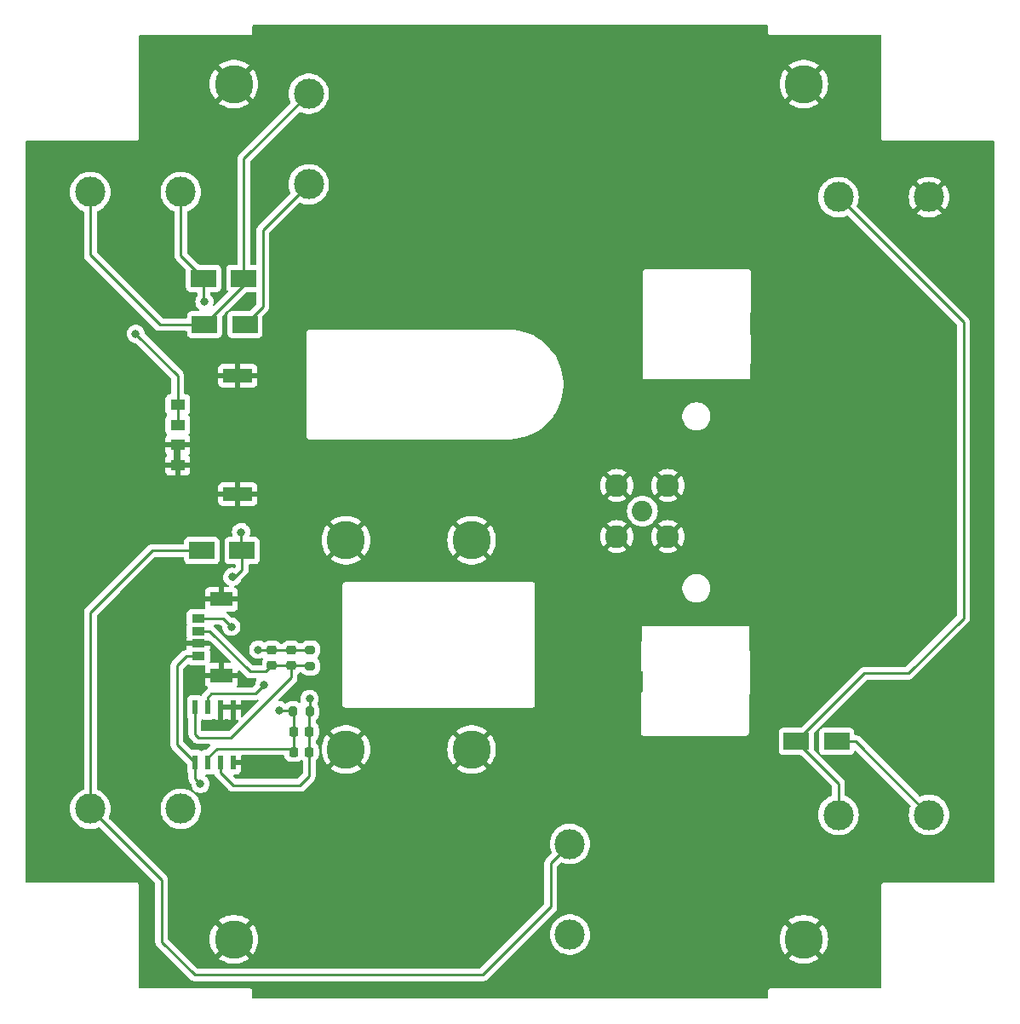
<source format=gbl>
%TF.GenerationSoftware,KiCad,Pcbnew,8.0.8*%
%TF.CreationDate,2025-03-29T22:03:17-04:00*%
%TF.ProjectId,ZPlus_Panel,5a506c75-735f-4506-916e-656c2e6b6963,v1b*%
%TF.SameCoordinates,Original*%
%TF.FileFunction,Copper,L4,Bot*%
%TF.FilePolarity,Positive*%
%FSLAX46Y46*%
G04 Gerber Fmt 4.6, Leading zero omitted, Abs format (unit mm)*
G04 Created by KiCad (PCBNEW 8.0.8) date 2025-03-29 22:03:17*
%MOMM*%
%LPD*%
G01*
G04 APERTURE LIST*
G04 Aperture macros list*
%AMRoundRect*
0 Rectangle with rounded corners*
0 $1 Rounding radius*
0 $2 $3 $4 $5 $6 $7 $8 $9 X,Y pos of 4 corners*
0 Add a 4 corners polygon primitive as box body*
4,1,4,$2,$3,$4,$5,$6,$7,$8,$9,$2,$3,0*
0 Add four circle primitives for the rounded corners*
1,1,$1+$1,$2,$3*
1,1,$1+$1,$4,$5*
1,1,$1+$1,$6,$7*
1,1,$1+$1,$8,$9*
0 Add four rect primitives between the rounded corners*
20,1,$1+$1,$2,$3,$4,$5,0*
20,1,$1+$1,$4,$5,$6,$7,0*
20,1,$1+$1,$6,$7,$8,$9,0*
20,1,$1+$1,$8,$9,$2,$3,0*%
G04 Aperture macros list end*
%TA.AperFunction,ComponentPad*%
%ADD10C,3.000000*%
%TD*%
%TA.AperFunction,ComponentPad*%
%ADD11C,2.600000*%
%TD*%
%TA.AperFunction,ConnectorPad*%
%ADD12C,3.800000*%
%TD*%
%TA.AperFunction,SMDPad,CuDef*%
%ADD13R,2.500000X1.700000*%
%TD*%
%TA.AperFunction,SMDPad,CuDef*%
%ADD14RoundRect,0.225000X-0.250000X0.225000X-0.250000X-0.225000X0.250000X-0.225000X0.250000X0.225000X0*%
%TD*%
%TA.AperFunction,SMDPad,CuDef*%
%ADD15R,0.533400X1.460500*%
%TD*%
%TA.AperFunction,SMDPad,CuDef*%
%ADD16RoundRect,0.225000X0.225000X0.250000X-0.225000X0.250000X-0.225000X-0.250000X0.225000X-0.250000X0*%
%TD*%
%TA.AperFunction,SMDPad,CuDef*%
%ADD17RoundRect,0.200000X0.200000X0.275000X-0.200000X0.275000X-0.200000X-0.275000X0.200000X-0.275000X0*%
%TD*%
%TA.AperFunction,SMDPad,CuDef*%
%ADD18R,1.295400X0.838200*%
%TD*%
%TA.AperFunction,SMDPad,CuDef*%
%ADD19R,2.260600X1.397000*%
%TD*%
%TA.AperFunction,SMDPad,CuDef*%
%ADD20R,1.450000X1.100000*%
%TD*%
%TA.AperFunction,SMDPad,CuDef*%
%ADD21R,2.899999X1.350000*%
%TD*%
%TA.AperFunction,SMDPad,CuDef*%
%ADD22RoundRect,0.200000X-0.275000X0.200000X-0.275000X-0.200000X0.275000X-0.200000X0.275000X0.200000X0*%
%TD*%
%TA.AperFunction,ComponentPad*%
%ADD23C,2.050000*%
%TD*%
%TA.AperFunction,ComponentPad*%
%ADD24C,2.250000*%
%TD*%
%TA.AperFunction,ViaPad*%
%ADD25C,0.800000*%
%TD*%
%TA.AperFunction,Conductor*%
%ADD26C,0.342400*%
%TD*%
%TA.AperFunction,Conductor*%
%ADD27C,0.250000*%
%TD*%
G04 APERTURE END LIST*
D10*
X140900000Y-56700000D03*
X149900000Y-56700000D03*
D11*
X155182000Y-45965600D03*
D12*
X155182000Y-45965600D03*
D10*
X188600000Y-121500000D03*
X188600000Y-130500000D03*
D11*
X166325000Y-112100000D03*
D12*
X166325000Y-112100000D03*
D11*
X178825000Y-112100000D03*
D12*
X178825000Y-112100000D03*
D11*
X178825000Y-91300000D03*
D12*
X178825000Y-91300000D03*
D11*
X211856000Y-45965600D03*
D12*
X211856000Y-45965600D03*
D10*
X162625000Y-55925000D03*
X162625000Y-46925000D03*
X215300000Y-57200000D03*
X224300000Y-57200000D03*
X149900000Y-118000000D03*
X140900000Y-118000000D03*
D11*
X211856000Y-130965600D03*
D12*
X211856000Y-130965600D03*
D10*
X224300000Y-118600000D03*
X215300000Y-118600000D03*
D11*
X155182000Y-130965600D03*
D12*
X155182000Y-130965600D03*
D11*
X166325000Y-91300000D03*
D12*
X166325000Y-91300000D03*
D13*
X156175000Y-65275000D03*
X152175000Y-65275000D03*
D14*
X158950000Y-102225000D03*
X158950000Y-103775000D03*
D15*
X151295000Y-107925850D03*
X152565000Y-107925850D03*
X153835000Y-107925850D03*
X155105000Y-107925850D03*
X155105000Y-113374150D03*
X153835000Y-113374150D03*
X152565000Y-113374150D03*
X151295000Y-113374150D03*
D13*
X156000000Y-92325000D03*
X152000000Y-92325000D03*
D16*
X162675000Y-112350000D03*
X161125000Y-112350000D03*
D17*
X162725000Y-108300000D03*
X161075000Y-108300000D03*
D18*
X151650000Y-99075000D03*
X151650000Y-100325000D03*
X151650000Y-101575000D03*
X151650000Y-102825000D03*
D19*
X153944890Y-104725001D03*
X153944890Y-97174999D03*
D13*
X156275000Y-69875000D03*
X152275000Y-69875000D03*
D16*
X162675000Y-110325000D03*
X161125000Y-110325000D03*
D14*
X160875000Y-102225000D03*
X160875000Y-103775000D03*
D13*
X215125000Y-111300000D03*
X211125000Y-111300000D03*
D20*
X149600001Y-77835350D03*
X149600001Y-79835351D03*
X149600001Y-81835350D03*
X149600001Y-83835351D03*
D21*
X155575000Y-86730349D03*
X155575000Y-74940352D03*
D22*
X162775000Y-102175000D03*
X162775000Y-103825000D03*
D23*
X195800000Y-88400000D03*
D24*
X193260000Y-90940000D03*
X198340000Y-90940000D03*
X193260000Y-85860000D03*
X198340000Y-85860000D03*
D25*
X193725000Y-107475000D03*
X206475000Y-87500000D03*
X201200000Y-91800000D03*
X193000000Y-79000000D03*
X201200000Y-87000000D03*
X193200000Y-68800000D03*
X193725000Y-99475000D03*
X230200000Y-86025000D03*
X192100000Y-105025000D03*
X201200000Y-85200000D03*
X207552000Y-109416000D03*
X207552000Y-111416000D03*
X153900000Y-109550000D03*
X195000000Y-100600000D03*
X207552000Y-69856000D03*
X192100000Y-103025000D03*
X195000000Y-104600000D03*
X194800000Y-70400000D03*
X207552000Y-67856000D03*
X192100000Y-107025000D03*
X207552000Y-107416000D03*
X193200000Y-70800000D03*
X201200000Y-90000000D03*
X207552000Y-103416000D03*
X193725000Y-111475000D03*
X191850000Y-67900000D03*
X194800000Y-66400000D03*
X193200000Y-64800000D03*
X192100000Y-111025000D03*
X207900000Y-85500000D03*
X194800000Y-64800000D03*
X195000000Y-110000000D03*
X206475000Y-85500000D03*
X207900000Y-91500000D03*
X192100000Y-101025000D03*
X191675000Y-81475000D03*
X194800000Y-63400000D03*
X193000000Y-81000000D03*
X193000000Y-97600000D03*
X191850000Y-75900000D03*
X191850000Y-69900000D03*
X193000000Y-83400000D03*
X193725000Y-109475000D03*
X192100000Y-99025000D03*
X191925000Y-97100000D03*
X199074000Y-83476000D03*
X207552000Y-73856000D03*
X195000000Y-102600000D03*
X178675000Y-42975000D03*
X206475000Y-83500000D03*
X181875000Y-130150000D03*
X193000000Y-93600000D03*
X207552000Y-105416000D03*
X194800000Y-72400000D03*
X207552000Y-71856000D03*
X188050000Y-50050000D03*
X136475000Y-123675000D03*
X193000000Y-75000000D03*
X206475000Y-89500000D03*
X195000000Y-111800000D03*
X193000000Y-73000000D03*
X191675000Y-83475000D03*
X191775000Y-77800000D03*
X206475000Y-91500000D03*
X193000000Y-95600000D03*
X193200000Y-66800000D03*
X191925000Y-95100000D03*
X191775000Y-79800000D03*
X195000000Y-106600000D03*
X207552000Y-101416000D03*
X193725000Y-105475000D03*
X155500000Y-125100000D03*
X197074000Y-83476000D03*
X193200000Y-63400000D03*
X192100000Y-109025000D03*
X191850000Y-71900000D03*
X206925000Y-135900000D03*
X193575000Y-132875000D03*
X207552000Y-63856000D03*
X191850000Y-73900000D03*
X195000000Y-108600000D03*
X207552000Y-65856000D03*
X157100000Y-113625000D03*
X193725000Y-101475000D03*
X193725000Y-103475000D03*
X207900000Y-87500000D03*
X207900000Y-83500000D03*
X207900000Y-89500000D03*
X187725000Y-126150000D03*
X194800000Y-68400000D03*
X191525000Y-93650000D03*
X195074000Y-83476000D03*
X201074000Y-83476000D03*
X193000000Y-77000000D03*
X194800000Y-74400000D03*
X145425000Y-70800000D03*
X155025000Y-94950000D03*
X155900000Y-90500000D03*
X152250000Y-67600000D03*
X157600000Y-102175000D03*
X158200000Y-105650000D03*
X162700000Y-107075000D03*
X159675000Y-108200000D03*
X154925000Y-99900000D03*
X151850000Y-115525000D03*
D26*
X153835000Y-109485000D02*
X153900000Y-109550000D01*
X155105000Y-107925850D02*
X153835000Y-107925850D01*
X156849150Y-113374150D02*
X157100000Y-113625000D01*
X149325001Y-81519998D02*
X149325001Y-83519999D01*
X155105000Y-113374150D02*
X156849150Y-113374150D01*
X153835000Y-107925850D02*
X153835000Y-109485000D01*
D27*
X149600001Y-74975001D02*
X145425000Y-70800000D01*
X149600001Y-77835350D02*
X149600001Y-74975001D01*
X149600001Y-77835350D02*
X149600001Y-79835351D01*
X156175000Y-65975000D02*
X156175000Y-65275000D01*
X152275000Y-69875000D02*
X156175000Y-65975000D01*
X162625000Y-46925000D02*
X156175000Y-53375000D01*
X140900000Y-62950000D02*
X147825000Y-69875000D01*
X140900000Y-56700000D02*
X140900000Y-62950000D01*
X147825000Y-69875000D02*
X152275000Y-69875000D01*
X156175000Y-53375000D02*
X156175000Y-65275000D01*
X152175000Y-67525000D02*
X152250000Y-67600000D01*
X149900000Y-56700000D02*
X150200000Y-56700000D01*
X149900000Y-63000000D02*
X152175000Y-65275000D01*
X150200000Y-56700000D02*
X150325000Y-56575000D01*
X152175000Y-65275000D02*
X152175000Y-67525000D01*
X156000000Y-92325000D02*
X156000000Y-94225000D01*
X156000000Y-94225000D02*
X155025000Y-95200000D01*
X155025000Y-95200000D02*
X155025000Y-94950000D01*
X155900000Y-92225000D02*
X156000000Y-92325000D01*
X155900000Y-90500000D02*
X155900000Y-92225000D01*
X149900000Y-56700000D02*
X149900000Y-63000000D01*
X140900000Y-118000000D02*
X148000000Y-125100000D01*
X148000000Y-125100000D02*
X148000000Y-131225000D01*
X186692000Y-127733000D02*
X186692000Y-123408000D01*
X147050000Y-92325000D02*
X140900000Y-98475000D01*
X179925000Y-134500000D02*
X186692000Y-127733000D01*
X152000000Y-92325000D02*
X147050000Y-92325000D01*
X186692000Y-123408000D02*
X188600000Y-121500000D01*
X148000000Y-131225000D02*
X151275000Y-134500000D01*
X151275000Y-134500000D02*
X179925000Y-134500000D01*
X140900000Y-98475000D02*
X140900000Y-118000000D01*
X217000000Y-111300000D02*
X224300000Y-118600000D01*
X215125000Y-111300000D02*
X217000000Y-111300000D01*
X215300000Y-115475000D02*
X211125000Y-111300000D01*
X215300000Y-57200000D02*
X227725000Y-69625000D01*
X227725000Y-69625000D02*
X227725000Y-99050000D01*
X227725000Y-99050000D02*
X222250000Y-104525000D01*
X215300000Y-118600000D02*
X215300000Y-115475000D01*
X222250000Y-104525000D02*
X217900000Y-104525000D01*
X217900000Y-104525000D02*
X211125000Y-111300000D01*
X160925000Y-102175000D02*
X160875000Y-102225000D01*
X158950000Y-102225000D02*
X157650000Y-102225000D01*
X152935300Y-106562600D02*
X152565000Y-106932900D01*
X158200000Y-105650000D02*
X157287400Y-106562600D01*
X162775000Y-102175000D02*
X160925000Y-102175000D01*
X152565000Y-106932900D02*
X152565000Y-107925850D01*
X160875000Y-102225000D02*
X158950000Y-102225000D01*
X157287400Y-106562600D02*
X152935300Y-106562600D01*
X157650000Y-102225000D02*
X157600000Y-102175000D01*
X151295000Y-110570000D02*
X151295000Y-107925850D01*
X160875000Y-104950000D02*
X154900000Y-110925000D01*
X160875000Y-103775000D02*
X160875000Y-104950000D01*
X152732800Y-100325000D02*
X156782800Y-104375000D01*
X158350000Y-104375000D02*
X158950000Y-103775000D01*
X156782800Y-104375000D02*
X158350000Y-104375000D01*
X160875000Y-103775000D02*
X162725000Y-103775000D01*
X151650000Y-100325000D02*
X152732800Y-100325000D01*
X151650000Y-110925000D02*
X151295000Y-110570000D01*
X154900000Y-110925000D02*
X151650000Y-110925000D01*
X162725000Y-103775000D02*
X162775000Y-103825000D01*
X158950000Y-103775000D02*
X160875000Y-103775000D01*
X161725000Y-115675000D02*
X162675000Y-114725000D01*
X153835000Y-113374150D02*
X153835000Y-114367100D01*
X162700000Y-108275000D02*
X162725000Y-108300000D01*
X162700000Y-107075000D02*
X162700000Y-108275000D01*
X162675000Y-108350000D02*
X162725000Y-108300000D01*
X162675000Y-110325000D02*
X162675000Y-112350000D01*
X153835000Y-114367100D02*
X155142900Y-115675000D01*
X155142900Y-115675000D02*
X161725000Y-115675000D01*
X162675000Y-110325000D02*
X162675000Y-108350000D01*
X162675000Y-114725000D02*
X162675000Y-112350000D01*
X160975000Y-108200000D02*
X161075000Y-108300000D01*
X161125000Y-110325000D02*
X161125000Y-112350000D01*
X160775000Y-112000000D02*
X161125000Y-112350000D01*
X159675000Y-108200000D02*
X160975000Y-108200000D01*
X153475600Y-112000000D02*
X160775000Y-112000000D01*
X154100000Y-99075000D02*
X154925000Y-99900000D01*
X161125000Y-110325000D02*
X161125000Y-108350000D01*
X152565000Y-113374150D02*
X152565000Y-112910600D01*
X151650000Y-99075000D02*
X154100000Y-99075000D01*
X161125000Y-108350000D02*
X161075000Y-108300000D01*
X152565000Y-112910600D02*
X153475600Y-112000000D01*
X151295000Y-114970000D02*
X151295000Y-113374150D01*
X149525000Y-103775000D02*
X149525000Y-111604150D01*
X151850000Y-115525000D02*
X151295000Y-114970000D01*
X151650000Y-102825000D02*
X150475000Y-102825000D01*
X150475000Y-102825000D02*
X149525000Y-103775000D01*
X149525000Y-111604150D02*
X151295000Y-113374150D01*
X158050000Y-68100000D02*
X156275000Y-69875000D01*
X158050000Y-60500000D02*
X158050000Y-68100000D01*
X162625000Y-55925000D02*
X158050000Y-60500000D01*
%TA.AperFunction,Conductor*%
G36*
X160132931Y-112652885D02*
G01*
X160169803Y-112703635D01*
X160174245Y-112724683D01*
X160176763Y-112749333D01*
X160176764Y-112749337D01*
X160230697Y-112912100D01*
X160230698Y-112912103D01*
X160320708Y-113058031D01*
X160320713Y-113058037D01*
X160320715Y-113058040D01*
X160441960Y-113179285D01*
X160441963Y-113179286D01*
X160441968Y-113179291D01*
X160587896Y-113269301D01*
X160587899Y-113269302D01*
X160750664Y-113323236D01*
X160800896Y-113328368D01*
X160851125Y-113333500D01*
X160851128Y-113333500D01*
X161398875Y-113333500D01*
X161441928Y-113329101D01*
X161499336Y-113323236D01*
X161662101Y-113269302D01*
X161666660Y-113266490D01*
X161808031Y-113179291D01*
X161808032Y-113179289D01*
X161808040Y-113179285D01*
X161828230Y-113159094D01*
X161884119Y-113130617D01*
X161946077Y-113140429D01*
X161971770Y-113159096D01*
X161991955Y-113179281D01*
X161991957Y-113179282D01*
X161991960Y-113179285D01*
X161993282Y-113180100D01*
X161993876Y-113180800D01*
X161996594Y-113182949D01*
X161996163Y-113183493D01*
X162033884Y-113227916D01*
X162041500Y-113266490D01*
X162041500Y-114420554D01*
X162022115Y-114480214D01*
X162011771Y-114492325D01*
X161492325Y-115011771D01*
X161436432Y-115040250D01*
X161420554Y-115041500D01*
X155447346Y-115041500D01*
X155387686Y-115022115D01*
X155375575Y-115011771D01*
X155149475Y-114785671D01*
X155120996Y-114729778D01*
X155130809Y-114667820D01*
X155175166Y-114623463D01*
X155221246Y-114612400D01*
X155420280Y-114612400D01*
X155420307Y-114612398D01*
X155480789Y-114605896D01*
X155480791Y-114605895D01*
X155617659Y-114554846D01*
X155617661Y-114554845D01*
X155734603Y-114467303D01*
X155822145Y-114350361D01*
X155822146Y-114350359D01*
X155873195Y-114213491D01*
X155873196Y-114213489D01*
X155879698Y-114153007D01*
X155879700Y-114152980D01*
X155879700Y-113628150D01*
X155206500Y-113628150D01*
X155146840Y-113608765D01*
X155109968Y-113558015D01*
X155105000Y-113526650D01*
X155105000Y-113221650D01*
X155124385Y-113161990D01*
X155175135Y-113125118D01*
X155206500Y-113120150D01*
X155879700Y-113120150D01*
X155879700Y-112735000D01*
X155899085Y-112675340D01*
X155949835Y-112638468D01*
X155981200Y-112633500D01*
X160073271Y-112633500D01*
X160132931Y-112652885D01*
G37*
%TD.AperFunction*%
%TA.AperFunction,Conductor*%
G36*
X157603564Y-107193243D02*
G01*
X157627573Y-107251197D01*
X157612932Y-107312195D01*
X157598157Y-107330937D01*
X156030194Y-108898900D01*
X155974301Y-108927379D01*
X155912343Y-108917566D01*
X155867986Y-108873209D01*
X155858173Y-108811251D01*
X155863324Y-108791655D01*
X155873196Y-108765189D01*
X155879698Y-108704707D01*
X155879700Y-108704680D01*
X155879700Y-108179850D01*
X155359000Y-108179850D01*
X155359000Y-109164100D01*
X155420280Y-109164100D01*
X155420307Y-109164098D01*
X155480789Y-109157596D01*
X155507255Y-109147724D01*
X155569928Y-109145035D01*
X155622212Y-109179698D01*
X155644136Y-109238473D01*
X155627326Y-109298909D01*
X155614500Y-109314594D01*
X154667325Y-110261771D01*
X154611432Y-110290250D01*
X154595554Y-110291500D01*
X152030000Y-110291500D01*
X151970340Y-110272115D01*
X151933468Y-110221365D01*
X151928500Y-110190000D01*
X151928500Y-109207077D01*
X151947885Y-109147417D01*
X151998635Y-109110545D01*
X152061365Y-109110545D01*
X152065443Y-109111967D01*
X152189099Y-109158089D01*
X152249662Y-109164600D01*
X152249672Y-109164600D01*
X152880328Y-109164600D01*
X152880338Y-109164600D01*
X152940901Y-109158089D01*
X153077904Y-109106989D01*
X153139592Y-109060809D01*
X153198965Y-109040575D01*
X153258896Y-109059105D01*
X153261243Y-109060810D01*
X153322338Y-109106545D01*
X153322340Y-109106546D01*
X153459208Y-109157595D01*
X153459210Y-109157596D01*
X153519692Y-109164098D01*
X153519720Y-109164100D01*
X153581000Y-109164100D01*
X154089000Y-109164100D01*
X154150280Y-109164100D01*
X154150307Y-109164098D01*
X154210789Y-109157596D01*
X154210791Y-109157595D01*
X154347659Y-109106546D01*
X154347661Y-109106545D01*
X154409173Y-109060498D01*
X154468550Y-109040263D01*
X154528481Y-109058794D01*
X154530827Y-109060498D01*
X154592338Y-109106545D01*
X154592340Y-109106546D01*
X154729208Y-109157595D01*
X154729210Y-109157596D01*
X154789692Y-109164098D01*
X154789720Y-109164100D01*
X154851000Y-109164100D01*
X154851000Y-108179850D01*
X154089000Y-108179850D01*
X154089000Y-109164100D01*
X153581000Y-109164100D01*
X153581000Y-108027350D01*
X153600385Y-107967690D01*
X153651135Y-107930818D01*
X153682500Y-107925850D01*
X153835000Y-107925850D01*
X153835000Y-107773350D01*
X153854385Y-107713690D01*
X153905135Y-107676818D01*
X153936500Y-107671850D01*
X155879700Y-107671850D01*
X155879700Y-107297600D01*
X155899085Y-107237940D01*
X155949835Y-107201068D01*
X155981200Y-107196100D01*
X157349794Y-107196100D01*
X157472185Y-107171755D01*
X157487542Y-107165393D01*
X157550076Y-107160469D01*
X157603564Y-107193243D01*
G37*
%TD.AperFunction*%
%TA.AperFunction,Conductor*%
G36*
X208241660Y-40126685D02*
G01*
X208278532Y-40177435D01*
X208283500Y-40208800D01*
X208283500Y-40846363D01*
X208303976Y-40922781D01*
X208303981Y-40922795D01*
X208336637Y-40979354D01*
X208343540Y-40991311D01*
X208343542Y-40991313D01*
X208343545Y-40991317D01*
X208399482Y-41047254D01*
X208399485Y-41047256D01*
X208399489Y-41047260D01*
X208427771Y-41063589D01*
X208468004Y-41086818D01*
X208468008Y-41086819D01*
X208468011Y-41086821D01*
X208468016Y-41086822D01*
X208468018Y-41086823D01*
X208544436Y-41107300D01*
X208544438Y-41107300D01*
X208623562Y-41107300D01*
X219456000Y-41107300D01*
X219515660Y-41126685D01*
X219552532Y-41177435D01*
X219557500Y-41208800D01*
X219557500Y-51361963D01*
X219577976Y-51438381D01*
X219577981Y-51438395D01*
X219610637Y-51494954D01*
X219617540Y-51506911D01*
X219617542Y-51506913D01*
X219617545Y-51506917D01*
X219673482Y-51562854D01*
X219673485Y-51562856D01*
X219673489Y-51562860D01*
X219701771Y-51579189D01*
X219742004Y-51602418D01*
X219742008Y-51602419D01*
X219742011Y-51602421D01*
X219742016Y-51602422D01*
X219742018Y-51602423D01*
X219818436Y-51622900D01*
X219818438Y-51622900D01*
X230729989Y-51622900D01*
X230789649Y-51642285D01*
X230826521Y-51693035D01*
X230831489Y-51724403D01*
X230830649Y-82922444D01*
X230829552Y-123712445D01*
X230829511Y-125218003D01*
X230810125Y-125277662D01*
X230759374Y-125314533D01*
X230728011Y-125319500D01*
X219816436Y-125319500D01*
X219740018Y-125339976D01*
X219740004Y-125339981D01*
X219671492Y-125379538D01*
X219671482Y-125379545D01*
X219615545Y-125435482D01*
X219615538Y-125435492D01*
X219575981Y-125504004D01*
X219575976Y-125504018D01*
X219555500Y-125580436D01*
X219555500Y-135733600D01*
X219536115Y-135793260D01*
X219485365Y-135830132D01*
X219454000Y-135835100D01*
X208542436Y-135835100D01*
X208466018Y-135855576D01*
X208466004Y-135855581D01*
X208397492Y-135895138D01*
X208397482Y-135895145D01*
X208341545Y-135951082D01*
X208341538Y-135951092D01*
X208301981Y-136019604D01*
X208301976Y-136019618D01*
X208281500Y-136096036D01*
X208281500Y-136733600D01*
X208262115Y-136793260D01*
X208211365Y-136830132D01*
X208180000Y-136835100D01*
X157112000Y-136835100D01*
X157052340Y-136815715D01*
X157015468Y-136764965D01*
X157010500Y-136733600D01*
X157010500Y-136096036D01*
X156990023Y-136019618D01*
X156990018Y-136019604D01*
X156966789Y-135979371D01*
X156950460Y-135951089D01*
X156950456Y-135951085D01*
X156950454Y-135951082D01*
X156894517Y-135895145D01*
X156894513Y-135895142D01*
X156894511Y-135895140D01*
X156882554Y-135888237D01*
X156825995Y-135855581D01*
X156825981Y-135855576D01*
X156749564Y-135835100D01*
X156749562Y-135835100D01*
X145838000Y-135835100D01*
X145778340Y-135815715D01*
X145741468Y-135764965D01*
X145736500Y-135733600D01*
X145736500Y-125580436D01*
X145716023Y-125504018D01*
X145716018Y-125504004D01*
X145692789Y-125463771D01*
X145676460Y-125435489D01*
X145676456Y-125435485D01*
X145676454Y-125435482D01*
X145620517Y-125379545D01*
X145620513Y-125379542D01*
X145620511Y-125379540D01*
X145608554Y-125372637D01*
X145551995Y-125339981D01*
X145551981Y-125339976D01*
X145475564Y-125319500D01*
X145475562Y-125319500D01*
X134564011Y-125319500D01*
X134504351Y-125300115D01*
X134467479Y-125249365D01*
X134462511Y-125217997D01*
X134462705Y-117999995D01*
X138886807Y-117999995D01*
X138886807Y-118000004D01*
X138905556Y-118274121D01*
X138905557Y-118274123D01*
X138905557Y-118274126D01*
X138905558Y-118274130D01*
X138923029Y-118358205D01*
X138961461Y-118543153D01*
X139053478Y-118802061D01*
X139053480Y-118802065D01*
X139131395Y-118952434D01*
X139179889Y-119046023D01*
X139338343Y-119270502D01*
X139525889Y-119471314D01*
X139525894Y-119471318D01*
X139525897Y-119471321D01*
X139687804Y-119603042D01*
X139739031Y-119644718D01*
X139973800Y-119787484D01*
X139973804Y-119787486D01*
X139973808Y-119787488D01*
X140047506Y-119819499D01*
X140225823Y-119896953D01*
X140225830Y-119896955D01*
X140225835Y-119896957D01*
X140490392Y-119971082D01*
X140490394Y-119971082D01*
X140490404Y-119971085D01*
X140762615Y-120008500D01*
X140762619Y-120008500D01*
X141037381Y-120008500D01*
X141037385Y-120008500D01*
X141309596Y-119971085D01*
X141574177Y-119896953D01*
X141738705Y-119825487D01*
X141801144Y-119819499D01*
X141850910Y-119846814D01*
X147336771Y-125332675D01*
X147365250Y-125388568D01*
X147366500Y-125404446D01*
X147366500Y-131287394D01*
X147390845Y-131409786D01*
X147390847Y-131409792D01*
X147438597Y-131525069D01*
X147438599Y-131525072D01*
X147438600Y-131525075D01*
X147507929Y-131628833D01*
X150782929Y-134903833D01*
X150871167Y-134992071D01*
X150974925Y-135061400D01*
X150974930Y-135061402D01*
X151090207Y-135109152D01*
X151090210Y-135109153D01*
X151090215Y-135109155D01*
X151212606Y-135133500D01*
X179987394Y-135133500D01*
X180109785Y-135109155D01*
X180225075Y-135061400D01*
X180328833Y-134992071D01*
X184820909Y-130499995D01*
X186586807Y-130499995D01*
X186586807Y-130500004D01*
X186605556Y-130774121D01*
X186605557Y-130774123D01*
X186661461Y-131043153D01*
X186753478Y-131302061D01*
X186753480Y-131302065D01*
X186765266Y-131324810D01*
X186879889Y-131546023D01*
X187038343Y-131770502D01*
X187225889Y-131971314D01*
X187225894Y-131971318D01*
X187225897Y-131971321D01*
X187308489Y-132038514D01*
X187439031Y-132144718D01*
X187673800Y-132287484D01*
X187673804Y-132287486D01*
X187673808Y-132287488D01*
X187753701Y-132322190D01*
X187925823Y-132396953D01*
X187925830Y-132396955D01*
X187925835Y-132396957D01*
X188190392Y-132471082D01*
X188190394Y-132471082D01*
X188190404Y-132471085D01*
X188462615Y-132508500D01*
X188462619Y-132508500D01*
X188737381Y-132508500D01*
X188737385Y-132508500D01*
X189009596Y-132471085D01*
X189009607Y-132471082D01*
X189274164Y-132396957D01*
X189274166Y-132396955D01*
X189274177Y-132396953D01*
X189526200Y-132287484D01*
X189760969Y-132144718D01*
X189974111Y-131971314D01*
X190161657Y-131770502D01*
X190320111Y-131546023D01*
X190446523Y-131302058D01*
X190538538Y-131043153D01*
X190554654Y-130965600D01*
X209443239Y-130965600D01*
X209462264Y-131268002D01*
X209462265Y-131268010D01*
X209519040Y-131565630D01*
X209519042Y-131565637D01*
X209612669Y-131853790D01*
X209612669Y-131853791D01*
X209741677Y-132127948D01*
X209741681Y-132127956D01*
X209904030Y-132383779D01*
X209983069Y-132479320D01*
X210917328Y-131545060D01*
X211016967Y-131682202D01*
X211139398Y-131804633D01*
X211276538Y-131904270D01*
X210340113Y-132840695D01*
X210563169Y-133002755D01*
X210563175Y-133002759D01*
X210828692Y-133148729D01*
X211110406Y-133260268D01*
X211110421Y-133260273D01*
X211403895Y-133335624D01*
X211704507Y-133373600D01*
X212007493Y-133373600D01*
X212308104Y-133335624D01*
X212601578Y-133260273D01*
X212601593Y-133260268D01*
X212883307Y-133148729D01*
X213148823Y-133002759D01*
X213371884Y-132840694D01*
X212435461Y-131904270D01*
X212572602Y-131804633D01*
X212695033Y-131682202D01*
X212794670Y-131545061D01*
X213728929Y-132479320D01*
X213728930Y-132479320D01*
X213807962Y-132383788D01*
X213807968Y-132383779D01*
X213970318Y-132127956D01*
X213970322Y-132127948D01*
X214099330Y-131853791D01*
X214099330Y-131853790D01*
X214192957Y-131565637D01*
X214192959Y-131565630D01*
X214249734Y-131268010D01*
X214249735Y-131268002D01*
X214268760Y-130965600D01*
X214249735Y-130663197D01*
X214249734Y-130663189D01*
X214192959Y-130365569D01*
X214192957Y-130365562D01*
X214099330Y-130077409D01*
X214099330Y-130077408D01*
X213970322Y-129803251D01*
X213970318Y-129803243D01*
X213807969Y-129547420D01*
X213728929Y-129451878D01*
X212794669Y-130386137D01*
X212695033Y-130248998D01*
X212572602Y-130126567D01*
X212435461Y-130026929D01*
X213371885Y-129090504D01*
X213371885Y-129090503D01*
X213148830Y-128928444D01*
X213148824Y-128928440D01*
X212883307Y-128782470D01*
X212601593Y-128670931D01*
X212601578Y-128670926D01*
X212308104Y-128595575D01*
X212007493Y-128557600D01*
X211704507Y-128557600D01*
X211403895Y-128595575D01*
X211110421Y-128670926D01*
X211110406Y-128670931D01*
X210828692Y-128782470D01*
X210563175Y-128928440D01*
X210563169Y-128928444D01*
X210340113Y-129090503D01*
X211276538Y-130026929D01*
X211139398Y-130126567D01*
X211016967Y-130248998D01*
X210917329Y-130386138D01*
X209983070Y-129451879D01*
X209983069Y-129451879D01*
X209904030Y-129547420D01*
X209741681Y-129803243D01*
X209741677Y-129803251D01*
X209612669Y-130077408D01*
X209612669Y-130077409D01*
X209519042Y-130365562D01*
X209519040Y-130365569D01*
X209462265Y-130663189D01*
X209462264Y-130663197D01*
X209443239Y-130965600D01*
X190554654Y-130965600D01*
X190594442Y-130774130D01*
X190598965Y-130708016D01*
X190613193Y-130500004D01*
X190613193Y-130499995D01*
X190594443Y-130225878D01*
X190594442Y-130225876D01*
X190594442Y-130225870D01*
X190538538Y-129956847D01*
X190534750Y-129946190D01*
X190483947Y-129803243D01*
X190446523Y-129697942D01*
X190320111Y-129453977D01*
X190161657Y-129229498D01*
X189974111Y-129028686D01*
X189974105Y-129028681D01*
X189974102Y-129028678D01*
X189760974Y-128855286D01*
X189760973Y-128855285D01*
X189760969Y-128855282D01*
X189526200Y-128712516D01*
X189526197Y-128712514D01*
X189526191Y-128712511D01*
X189360237Y-128640428D01*
X189274177Y-128603047D01*
X189274173Y-128603045D01*
X189274164Y-128603042D01*
X189009607Y-128528917D01*
X189009599Y-128528915D01*
X189009596Y-128528915D01*
X188797202Y-128499721D01*
X188737386Y-128491500D01*
X188737385Y-128491500D01*
X188462615Y-128491500D01*
X188462613Y-128491500D01*
X188364531Y-128504981D01*
X188190404Y-128528915D01*
X188190400Y-128528915D01*
X188190393Y-128528917D01*
X188190392Y-128528917D01*
X187925835Y-128603042D01*
X187925821Y-128603048D01*
X187673808Y-128712511D01*
X187673800Y-128712516D01*
X187439031Y-128855282D01*
X187439029Y-128855283D01*
X187439025Y-128855286D01*
X187225897Y-129028678D01*
X187225888Y-129028687D01*
X187038343Y-129229497D01*
X187038341Y-129229501D01*
X186879887Y-129453980D01*
X186753480Y-129697934D01*
X186753478Y-129697938D01*
X186661461Y-129956846D01*
X186605557Y-130225876D01*
X186605556Y-130225878D01*
X186586807Y-130499995D01*
X184820909Y-130499995D01*
X187184071Y-128136833D01*
X187253400Y-128033075D01*
X187301155Y-127917785D01*
X187325500Y-127795394D01*
X187325500Y-127670606D01*
X187325500Y-123712445D01*
X187344885Y-123652785D01*
X187355223Y-123640680D01*
X187649090Y-123346812D01*
X187704981Y-123318335D01*
X187761294Y-123325487D01*
X187925823Y-123396953D01*
X187925828Y-123396955D01*
X188190392Y-123471082D01*
X188190394Y-123471082D01*
X188190404Y-123471085D01*
X188462615Y-123508500D01*
X188462619Y-123508500D01*
X188737381Y-123508500D01*
X188737385Y-123508500D01*
X189009596Y-123471085D01*
X189009607Y-123471082D01*
X189274164Y-123396957D01*
X189274166Y-123396955D01*
X189274177Y-123396953D01*
X189526200Y-123287484D01*
X189760969Y-123144718D01*
X189974111Y-122971314D01*
X190161657Y-122770502D01*
X190320111Y-122546023D01*
X190446523Y-122302058D01*
X190538538Y-122043153D01*
X190594442Y-121774130D01*
X190613193Y-121500000D01*
X190594442Y-121225870D01*
X190538538Y-120956847D01*
X190446523Y-120697942D01*
X190320111Y-120453977D01*
X190161657Y-120229498D01*
X189974111Y-120028686D01*
X189974105Y-120028681D01*
X189974102Y-120028678D01*
X189760974Y-119855286D01*
X189760973Y-119855285D01*
X189760969Y-119855282D01*
X189526200Y-119712516D01*
X189526197Y-119712514D01*
X189526191Y-119712511D01*
X189360237Y-119640428D01*
X189274177Y-119603047D01*
X189274173Y-119603045D01*
X189274164Y-119603042D01*
X189009607Y-119528917D01*
X189009599Y-119528915D01*
X189009596Y-119528915D01*
X188797202Y-119499721D01*
X188737386Y-119491500D01*
X188737385Y-119491500D01*
X188462615Y-119491500D01*
X188462613Y-119491500D01*
X188364531Y-119504981D01*
X188190404Y-119528915D01*
X188190400Y-119528915D01*
X188190393Y-119528917D01*
X188190392Y-119528917D01*
X187925835Y-119603042D01*
X187925821Y-119603048D01*
X187673808Y-119712511D01*
X187673800Y-119712516D01*
X187439031Y-119855282D01*
X187439029Y-119855283D01*
X187439025Y-119855286D01*
X187225897Y-120028678D01*
X187225888Y-120028687D01*
X187038343Y-120229497D01*
X187038341Y-120229501D01*
X186879887Y-120453980D01*
X186753480Y-120697934D01*
X186753478Y-120697938D01*
X186661461Y-120956846D01*
X186605557Y-121225876D01*
X186605556Y-121225878D01*
X186586807Y-121499995D01*
X186586807Y-121500004D01*
X186605556Y-121774121D01*
X186605557Y-121774123D01*
X186661461Y-122043153D01*
X186753478Y-122302061D01*
X186753480Y-122302066D01*
X186770010Y-122333968D01*
X186780245Y-122395858D01*
X186752148Y-122451944D01*
X186751660Y-122452434D01*
X186288167Y-122915929D01*
X186199932Y-123004163D01*
X186199925Y-123004172D01*
X186130602Y-123107921D01*
X186130597Y-123107930D01*
X186082847Y-123223207D01*
X186082845Y-123223213D01*
X186058500Y-123345605D01*
X186058500Y-127428554D01*
X186039115Y-127488214D01*
X186028771Y-127500325D01*
X179692325Y-133836771D01*
X179636432Y-133865250D01*
X179620554Y-133866500D01*
X151579446Y-133866500D01*
X151519786Y-133847115D01*
X151507675Y-133836771D01*
X148663229Y-130992325D01*
X148649612Y-130965600D01*
X152769239Y-130965600D01*
X152788264Y-131268002D01*
X152788265Y-131268010D01*
X152845040Y-131565630D01*
X152845042Y-131565637D01*
X152938669Y-131853790D01*
X152938669Y-131853791D01*
X153067677Y-132127948D01*
X153067681Y-132127956D01*
X153230030Y-132383779D01*
X153309069Y-132479320D01*
X154243328Y-131545060D01*
X154342967Y-131682202D01*
X154465398Y-131804633D01*
X154602538Y-131904270D01*
X153666113Y-132840695D01*
X153889169Y-133002755D01*
X153889175Y-133002759D01*
X154154692Y-133148729D01*
X154436406Y-133260268D01*
X154436421Y-133260273D01*
X154729895Y-133335624D01*
X155030507Y-133373600D01*
X155333493Y-133373600D01*
X155634104Y-133335624D01*
X155927578Y-133260273D01*
X155927593Y-133260268D01*
X156209307Y-133148729D01*
X156474823Y-133002759D01*
X156697884Y-132840694D01*
X155761461Y-131904270D01*
X155898602Y-131804633D01*
X156021033Y-131682202D01*
X156120670Y-131545061D01*
X157054929Y-132479320D01*
X157054930Y-132479320D01*
X157133962Y-132383788D01*
X157133968Y-132383779D01*
X157296318Y-132127956D01*
X157296322Y-132127948D01*
X157425330Y-131853791D01*
X157425330Y-131853790D01*
X157518957Y-131565637D01*
X157518959Y-131565630D01*
X157575734Y-131268010D01*
X157575735Y-131268002D01*
X157594760Y-130965600D01*
X157575735Y-130663197D01*
X157575734Y-130663189D01*
X157518959Y-130365569D01*
X157518957Y-130365562D01*
X157425330Y-130077409D01*
X157425330Y-130077408D01*
X157296322Y-129803251D01*
X157296318Y-129803243D01*
X157133969Y-129547420D01*
X157054929Y-129451878D01*
X156120669Y-130386137D01*
X156021033Y-130248998D01*
X155898602Y-130126567D01*
X155761461Y-130026929D01*
X156697885Y-129090504D01*
X156697885Y-129090503D01*
X156474830Y-128928444D01*
X156474824Y-128928440D01*
X156209307Y-128782470D01*
X155927593Y-128670931D01*
X155927578Y-128670926D01*
X155634104Y-128595575D01*
X155333493Y-128557600D01*
X155030507Y-128557600D01*
X154729895Y-128595575D01*
X154436421Y-128670926D01*
X154436406Y-128670931D01*
X154154692Y-128782470D01*
X153889175Y-128928440D01*
X153889169Y-128928444D01*
X153666113Y-129090503D01*
X154602538Y-130026929D01*
X154465398Y-130126567D01*
X154342967Y-130248998D01*
X154243329Y-130386138D01*
X153309070Y-129451879D01*
X153309069Y-129451879D01*
X153230030Y-129547420D01*
X153067681Y-129803243D01*
X153067677Y-129803251D01*
X152938669Y-130077408D01*
X152938669Y-130077409D01*
X152845042Y-130365562D01*
X152845040Y-130365569D01*
X152788265Y-130663189D01*
X152788264Y-130663197D01*
X152769239Y-130965600D01*
X148649612Y-130965600D01*
X148634750Y-130936432D01*
X148633500Y-130920554D01*
X148633500Y-125037605D01*
X148627454Y-125007214D01*
X148609155Y-124915215D01*
X148561400Y-124799925D01*
X148492071Y-124696167D01*
X148403833Y-124607929D01*
X142748338Y-118952434D01*
X142719859Y-118896541D01*
X142729672Y-118834583D01*
X142729919Y-118834101D01*
X142746523Y-118802058D01*
X142838538Y-118543153D01*
X142894442Y-118274130D01*
X142913193Y-118000000D01*
X142913193Y-117999995D01*
X147886807Y-117999995D01*
X147886807Y-118000004D01*
X147905556Y-118274121D01*
X147905557Y-118274123D01*
X147905557Y-118274126D01*
X147905558Y-118274130D01*
X147923029Y-118358205D01*
X147961461Y-118543153D01*
X148053478Y-118802061D01*
X148053480Y-118802065D01*
X148131395Y-118952434D01*
X148179889Y-119046023D01*
X148338343Y-119270502D01*
X148525889Y-119471314D01*
X148525894Y-119471318D01*
X148525897Y-119471321D01*
X148687804Y-119603042D01*
X148739031Y-119644718D01*
X148973800Y-119787484D01*
X148973804Y-119787486D01*
X148973808Y-119787488D01*
X149047506Y-119819499D01*
X149225823Y-119896953D01*
X149225830Y-119896955D01*
X149225835Y-119896957D01*
X149490392Y-119971082D01*
X149490394Y-119971082D01*
X149490404Y-119971085D01*
X149762615Y-120008500D01*
X149762619Y-120008500D01*
X150037381Y-120008500D01*
X150037385Y-120008500D01*
X150309596Y-119971085D01*
X150309607Y-119971082D01*
X150574164Y-119896957D01*
X150574166Y-119896955D01*
X150574177Y-119896953D01*
X150826200Y-119787484D01*
X151060969Y-119644718D01*
X151274111Y-119471314D01*
X151461657Y-119270502D01*
X151620111Y-119046023D01*
X151746523Y-118802058D01*
X151838538Y-118543153D01*
X151894442Y-118274130D01*
X151913193Y-118000000D01*
X151899372Y-117797938D01*
X151894443Y-117725878D01*
X151894442Y-117725876D01*
X151894442Y-117725870D01*
X151838538Y-117456847D01*
X151746523Y-117197942D01*
X151620111Y-116953977D01*
X151461657Y-116729498D01*
X151274111Y-116528686D01*
X151274105Y-116528681D01*
X151274102Y-116528678D01*
X151060974Y-116355286D01*
X151060973Y-116355285D01*
X151060969Y-116355282D01*
X150826200Y-116212516D01*
X150826197Y-116212514D01*
X150826191Y-116212511D01*
X150660237Y-116140428D01*
X150574177Y-116103047D01*
X150574173Y-116103045D01*
X150574164Y-116103042D01*
X150309607Y-116028917D01*
X150309599Y-116028915D01*
X150309596Y-116028915D01*
X150097202Y-115999721D01*
X150037386Y-115991500D01*
X150037385Y-115991500D01*
X149762615Y-115991500D01*
X149762613Y-115991500D01*
X149664531Y-116004981D01*
X149490404Y-116028915D01*
X149490400Y-116028915D01*
X149490393Y-116028917D01*
X149490392Y-116028917D01*
X149225835Y-116103042D01*
X149225821Y-116103048D01*
X148973808Y-116212511D01*
X148973800Y-116212516D01*
X148739031Y-116355282D01*
X148739029Y-116355283D01*
X148739025Y-116355286D01*
X148525897Y-116528678D01*
X148525888Y-116528687D01*
X148338343Y-116729497D01*
X148338341Y-116729501D01*
X148179887Y-116953980D01*
X148053480Y-117197934D01*
X148053478Y-117197938D01*
X147961461Y-117456846D01*
X147905557Y-117725876D01*
X147905556Y-117725878D01*
X147886807Y-117999995D01*
X142913193Y-117999995D01*
X142899372Y-117797938D01*
X142894443Y-117725878D01*
X142894442Y-117725876D01*
X142894442Y-117725870D01*
X142838538Y-117456847D01*
X142746523Y-117197942D01*
X142620111Y-116953977D01*
X142461657Y-116729498D01*
X142274111Y-116528686D01*
X142274105Y-116528681D01*
X142274102Y-116528678D01*
X142060974Y-116355286D01*
X142060973Y-116355285D01*
X142060969Y-116355282D01*
X141826200Y-116212516D01*
X141826198Y-116212515D01*
X141826193Y-116212512D01*
X141594562Y-116111901D01*
X141547564Y-116070352D01*
X141533500Y-116018804D01*
X141533500Y-103712605D01*
X148891500Y-103712605D01*
X148891500Y-111666544D01*
X148915845Y-111788936D01*
X148915847Y-111788942D01*
X148963597Y-111904219D01*
X148963599Y-111904222D01*
X148963600Y-111904225D01*
X149032929Y-112007983D01*
X149032932Y-112007986D01*
X150490071Y-113465125D01*
X150518550Y-113521018D01*
X150519800Y-113536896D01*
X150519800Y-114153038D01*
X150526311Y-114213601D01*
X150577411Y-114350604D01*
X150641255Y-114435889D01*
X150661490Y-114495265D01*
X150661500Y-114496715D01*
X150661500Y-115032394D01*
X150685845Y-115154786D01*
X150685847Y-115154792D01*
X150733597Y-115270069D01*
X150733599Y-115270072D01*
X150733600Y-115270075D01*
X150802929Y-115373833D01*
X150841701Y-115412605D01*
X150909013Y-115479918D01*
X150937492Y-115535812D01*
X150938185Y-115541079D01*
X150956457Y-115714925D01*
X150956458Y-115714928D01*
X151015473Y-115896556D01*
X151070289Y-115991500D01*
X151110961Y-116061946D01*
X151205619Y-116167074D01*
X151238747Y-116203866D01*
X151393248Y-116316118D01*
X151567712Y-116393794D01*
X151707812Y-116423573D01*
X151754512Y-116433500D01*
X151754513Y-116433500D01*
X151945487Y-116433500D01*
X152132288Y-116393794D01*
X152306752Y-116316118D01*
X152461253Y-116203866D01*
X152589040Y-116061944D01*
X152684527Y-115896556D01*
X152743542Y-115714928D01*
X152763504Y-115525000D01*
X152743542Y-115335072D01*
X152684527Y-115153444D01*
X152589040Y-114988056D01*
X152589039Y-114988055D01*
X152589038Y-114988053D01*
X152461256Y-114846137D01*
X152461255Y-114846136D01*
X152461254Y-114846135D01*
X152461253Y-114846134D01*
X152392957Y-114796514D01*
X152356087Y-114745765D01*
X152356087Y-114683034D01*
X152392959Y-114632285D01*
X152452619Y-114612900D01*
X152880328Y-114612900D01*
X152880338Y-114612900D01*
X152940901Y-114606389D01*
X153077904Y-114555289D01*
X153087307Y-114548249D01*
X153146680Y-114528014D01*
X153206611Y-114546543D01*
X153241906Y-114590661D01*
X153273597Y-114667169D01*
X153273599Y-114667172D01*
X153273600Y-114667175D01*
X153342929Y-114770933D01*
X154650829Y-116078833D01*
X154739067Y-116167071D01*
X154842825Y-116236400D01*
X154842830Y-116236402D01*
X154958107Y-116284152D01*
X154958110Y-116284153D01*
X154958115Y-116284155D01*
X155080506Y-116308500D01*
X161787394Y-116308500D01*
X161909785Y-116284155D01*
X162025075Y-116236400D01*
X162128833Y-116167071D01*
X163167071Y-115128833D01*
X163236400Y-115025075D01*
X163284155Y-114909785D01*
X163308500Y-114787394D01*
X163308500Y-114662606D01*
X163308500Y-113266490D01*
X163327885Y-113206830D01*
X163353506Y-113183076D01*
X163353406Y-113182949D01*
X163355028Y-113181666D01*
X163356716Y-113180101D01*
X163358040Y-113179285D01*
X163479285Y-113058040D01*
X163489917Y-113040804D01*
X163569301Y-112912103D01*
X163569302Y-112912100D01*
X163623236Y-112749336D01*
X163630796Y-112675340D01*
X163633500Y-112648875D01*
X163633500Y-112100000D01*
X163912239Y-112100000D01*
X163931264Y-112402402D01*
X163931265Y-112402410D01*
X163988040Y-112700030D01*
X163988042Y-112700037D01*
X164081669Y-112988190D01*
X164081669Y-112988191D01*
X164210677Y-113262348D01*
X164210681Y-113262356D01*
X164373030Y-113518179D01*
X164452069Y-113613720D01*
X165386328Y-112679460D01*
X165485967Y-112816602D01*
X165608398Y-112939033D01*
X165745538Y-113038670D01*
X164809113Y-113975095D01*
X165032169Y-114137155D01*
X165032175Y-114137159D01*
X165297692Y-114283129D01*
X165579406Y-114394668D01*
X165579421Y-114394673D01*
X165872895Y-114470024D01*
X166173507Y-114508000D01*
X166476493Y-114508000D01*
X166777104Y-114470024D01*
X167070578Y-114394673D01*
X167070593Y-114394668D01*
X167352307Y-114283129D01*
X167617823Y-114137159D01*
X167840884Y-113975094D01*
X166904461Y-113038670D01*
X167041602Y-112939033D01*
X167164033Y-112816602D01*
X167263670Y-112679461D01*
X168197929Y-113613720D01*
X168197930Y-113613720D01*
X168276962Y-113518188D01*
X168276968Y-113518179D01*
X168439318Y-113262356D01*
X168439322Y-113262348D01*
X168568330Y-112988191D01*
X168568330Y-112988190D01*
X168661957Y-112700037D01*
X168661959Y-112700030D01*
X168718734Y-112402410D01*
X168718735Y-112402402D01*
X168737760Y-112100000D01*
X176412239Y-112100000D01*
X176431264Y-112402402D01*
X176431265Y-112402410D01*
X176488040Y-112700030D01*
X176488042Y-112700037D01*
X176581669Y-112988190D01*
X176581669Y-112988191D01*
X176710677Y-113262348D01*
X176710681Y-113262356D01*
X176873030Y-113518179D01*
X176952069Y-113613720D01*
X177886328Y-112679460D01*
X177985967Y-112816602D01*
X178108398Y-112939033D01*
X178245538Y-113038670D01*
X177309113Y-113975095D01*
X177532169Y-114137155D01*
X177532175Y-114137159D01*
X177797692Y-114283129D01*
X178079406Y-114394668D01*
X178079421Y-114394673D01*
X178372895Y-114470024D01*
X178673507Y-114508000D01*
X178976493Y-114508000D01*
X179277104Y-114470024D01*
X179570578Y-114394673D01*
X179570593Y-114394668D01*
X179852307Y-114283129D01*
X180117823Y-114137159D01*
X180340884Y-113975094D01*
X179404461Y-113038670D01*
X179541602Y-112939033D01*
X179664033Y-112816602D01*
X179763670Y-112679461D01*
X180697929Y-113613720D01*
X180697930Y-113613720D01*
X180776962Y-113518188D01*
X180776968Y-113518179D01*
X180939318Y-113262356D01*
X180939322Y-113262348D01*
X181068330Y-112988191D01*
X181068330Y-112988190D01*
X181161957Y-112700037D01*
X181161959Y-112700030D01*
X181218734Y-112402410D01*
X181218735Y-112402402D01*
X181237760Y-112100000D01*
X181218735Y-111797597D01*
X181218734Y-111797589D01*
X181161959Y-111499969D01*
X181161957Y-111499962D01*
X181068330Y-111211809D01*
X181068330Y-111211808D01*
X180939322Y-110937651D01*
X180939318Y-110937643D01*
X180776969Y-110681820D01*
X180697929Y-110586278D01*
X179763669Y-111520537D01*
X179664033Y-111383398D01*
X179541602Y-111260967D01*
X179404461Y-111161329D01*
X180340885Y-110224904D01*
X180340885Y-110224903D01*
X180117830Y-110062844D01*
X180117824Y-110062840D01*
X179852307Y-109916870D01*
X179570593Y-109805331D01*
X179570578Y-109805326D01*
X179277104Y-109729975D01*
X178976493Y-109692000D01*
X178673507Y-109692000D01*
X178372895Y-109729975D01*
X178079421Y-109805326D01*
X178079406Y-109805331D01*
X177797692Y-109916870D01*
X177532175Y-110062840D01*
X177532169Y-110062844D01*
X177309113Y-110224903D01*
X178245538Y-111161329D01*
X178108398Y-111260967D01*
X177985967Y-111383398D01*
X177886329Y-111520538D01*
X176952070Y-110586279D01*
X176952069Y-110586279D01*
X176873030Y-110681820D01*
X176710681Y-110937643D01*
X176710677Y-110937651D01*
X176581669Y-111211808D01*
X176581669Y-111211809D01*
X176488042Y-111499962D01*
X176488040Y-111499969D01*
X176431265Y-111797589D01*
X176431264Y-111797597D01*
X176412239Y-112100000D01*
X168737760Y-112100000D01*
X168718735Y-111797597D01*
X168718734Y-111797589D01*
X168661959Y-111499969D01*
X168661957Y-111499962D01*
X168568330Y-111211809D01*
X168568330Y-111211808D01*
X168439322Y-110937651D01*
X168439318Y-110937643D01*
X168276969Y-110681820D01*
X168197929Y-110586278D01*
X167263669Y-111520537D01*
X167164033Y-111383398D01*
X167041602Y-111260967D01*
X166904461Y-111161329D01*
X167840885Y-110224904D01*
X167840885Y-110224903D01*
X167617830Y-110062844D01*
X167617824Y-110062840D01*
X167352307Y-109916870D01*
X167070593Y-109805331D01*
X167070578Y-109805326D01*
X166777104Y-109729975D01*
X166476493Y-109692000D01*
X166173507Y-109692000D01*
X165872895Y-109729975D01*
X165579421Y-109805326D01*
X165579406Y-109805331D01*
X165297692Y-109916870D01*
X165032175Y-110062840D01*
X165032169Y-110062844D01*
X164809113Y-110224903D01*
X165745538Y-111161329D01*
X165608398Y-111260967D01*
X165485967Y-111383398D01*
X165386329Y-111520538D01*
X164452070Y-110586279D01*
X164452069Y-110586279D01*
X164373030Y-110681820D01*
X164210681Y-110937643D01*
X164210677Y-110937651D01*
X164081669Y-111211808D01*
X164081669Y-111211809D01*
X163988042Y-111499962D01*
X163988040Y-111499969D01*
X163931265Y-111797589D01*
X163931264Y-111797597D01*
X163912239Y-112100000D01*
X163633500Y-112100000D01*
X163633500Y-112051124D01*
X163623236Y-111950667D01*
X163623236Y-111950664D01*
X163569302Y-111787899D01*
X163569301Y-111787896D01*
X163479291Y-111641968D01*
X163479286Y-111641963D01*
X163479285Y-111641960D01*
X163358040Y-111520715D01*
X163356714Y-111519897D01*
X163356120Y-111519197D01*
X163353397Y-111517044D01*
X163353828Y-111516498D01*
X163316114Y-111472079D01*
X163308500Y-111433509D01*
X163308500Y-111241490D01*
X163327885Y-111181830D01*
X163353506Y-111158076D01*
X163353406Y-111157949D01*
X163355028Y-111156666D01*
X163356716Y-111155101D01*
X163358040Y-111154285D01*
X163479285Y-111033040D01*
X163499665Y-111000000D01*
X163569301Y-110887103D01*
X163569302Y-110887100D01*
X163623236Y-110724336D01*
X163631125Y-110647115D01*
X163633500Y-110623875D01*
X163633500Y-110026124D01*
X163623236Y-109925667D01*
X163623236Y-109925664D01*
X163569302Y-109762899D01*
X163569301Y-109762896D01*
X163479291Y-109616968D01*
X163479286Y-109616963D01*
X163479285Y-109616960D01*
X163358040Y-109495715D01*
X163356714Y-109494897D01*
X163356120Y-109494197D01*
X163353397Y-109492044D01*
X163353828Y-109491498D01*
X163316114Y-109447079D01*
X163308500Y-109408509D01*
X163308500Y-109228311D01*
X163327885Y-109168651D01*
X163357494Y-109141447D01*
X163365155Y-109136816D01*
X163486816Y-109015155D01*
X163575827Y-108867913D01*
X163627013Y-108703649D01*
X163633500Y-108632265D01*
X163633499Y-107967736D01*
X163627013Y-107896351D01*
X163575827Y-107732087D01*
X163501407Y-107608981D01*
X163487132Y-107547896D01*
X163500368Y-107505720D01*
X163524927Y-107463184D01*
X163534527Y-107446556D01*
X163593542Y-107264928D01*
X163613504Y-107075000D01*
X163593542Y-106885072D01*
X163534527Y-106703444D01*
X163439040Y-106538056D01*
X163439039Y-106538055D01*
X163439038Y-106538053D01*
X163311256Y-106396137D01*
X163311255Y-106396136D01*
X163311254Y-106396135D01*
X163311253Y-106396134D01*
X163226757Y-106334743D01*
X163156754Y-106283883D01*
X163151027Y-106281333D01*
X162982288Y-106206206D01*
X162982284Y-106206205D01*
X162795487Y-106166500D01*
X162604513Y-106166500D01*
X162417715Y-106206205D01*
X162417713Y-106206205D01*
X162417712Y-106206206D01*
X162330480Y-106245044D01*
X162243245Y-106283883D01*
X162088744Y-106396136D01*
X162088743Y-106396137D01*
X161960961Y-106538053D01*
X161907576Y-106630519D01*
X161865473Y-106703444D01*
X161849777Y-106751750D01*
X161806458Y-106885071D01*
X161806457Y-106885074D01*
X161786496Y-107074999D01*
X161786496Y-107075000D01*
X161806457Y-107264925D01*
X161806459Y-107264932D01*
X161824703Y-107321082D01*
X161824703Y-107383813D01*
X161787831Y-107434562D01*
X161728171Y-107453947D01*
X161675661Y-107439309D01*
X161567910Y-107374171D01*
X161403657Y-107322989D01*
X161403651Y-107322987D01*
X161403649Y-107322987D01*
X161403646Y-107322986D01*
X161403643Y-107322986D01*
X161332272Y-107316500D01*
X160817736Y-107316500D01*
X160746349Y-107322987D01*
X160582089Y-107374171D01*
X160434842Y-107463185D01*
X160400049Y-107497978D01*
X160344156Y-107526457D01*
X160282198Y-107516643D01*
X160268619Y-107508321D01*
X160131756Y-107408884D01*
X160131752Y-107408882D01*
X159957288Y-107331206D01*
X159957284Y-107331205D01*
X159770487Y-107291500D01*
X159674445Y-107291500D01*
X159614785Y-107272115D01*
X159577913Y-107221365D01*
X159577913Y-107158635D01*
X159602674Y-107118229D01*
X160376924Y-106343979D01*
X161367071Y-105353833D01*
X161436400Y-105250075D01*
X161484155Y-105134785D01*
X161508500Y-105012394D01*
X161508500Y-104887606D01*
X161508500Y-104681910D01*
X161527885Y-104622250D01*
X161556712Y-104595523D01*
X161583040Y-104579285D01*
X161704285Y-104458040D01*
X161705102Y-104456714D01*
X161705802Y-104456120D01*
X161707956Y-104453397D01*
X161708501Y-104453828D01*
X161752921Y-104416114D01*
X161791491Y-104408500D01*
X161846688Y-104408500D01*
X161906348Y-104427885D01*
X161933549Y-104457489D01*
X161938183Y-104465155D01*
X162059842Y-104586814D01*
X162059844Y-104586815D01*
X162059845Y-104586816D01*
X162196293Y-104669302D01*
X162207089Y-104675828D01*
X162259046Y-104692018D01*
X162371351Y-104727013D01*
X162442735Y-104733500D01*
X163107264Y-104733499D01*
X163178649Y-104727013D01*
X163342913Y-104675827D01*
X163490155Y-104586816D01*
X163611816Y-104465155D01*
X163700827Y-104317913D01*
X163752013Y-104153649D01*
X163758500Y-104082265D01*
X163758499Y-103567736D01*
X163752013Y-103496351D01*
X163713005Y-103371167D01*
X163700828Y-103332089D01*
X163677039Y-103292738D01*
X163611816Y-103184845D01*
X163611815Y-103184844D01*
X163611814Y-103184842D01*
X163498743Y-103071771D01*
X163470264Y-103015878D01*
X163480077Y-102953920D01*
X163498743Y-102928229D01*
X163611814Y-102815157D01*
X163611816Y-102815155D01*
X163700827Y-102667913D01*
X163752013Y-102503649D01*
X163758500Y-102432265D01*
X163758499Y-101917736D01*
X163752013Y-101846351D01*
X163700827Y-101682087D01*
X163611816Y-101534845D01*
X163611815Y-101534844D01*
X163611814Y-101534842D01*
X163490157Y-101413185D01*
X163342910Y-101324171D01*
X163178657Y-101272989D01*
X163178651Y-101272987D01*
X163178649Y-101272987D01*
X163178646Y-101272986D01*
X163178643Y-101272986D01*
X163107272Y-101266500D01*
X162442736Y-101266500D01*
X162371349Y-101272987D01*
X162207089Y-101324171D01*
X162059842Y-101413185D01*
X161961257Y-101511771D01*
X161905364Y-101540250D01*
X161889486Y-101541500D01*
X161745867Y-101541500D01*
X161686207Y-101522115D01*
X161674096Y-101511771D01*
X161583043Y-101420718D01*
X161583040Y-101420715D01*
X161583037Y-101420713D01*
X161583031Y-101420708D01*
X161437103Y-101330698D01*
X161437100Y-101330697D01*
X161274337Y-101276764D01*
X161274332Y-101276763D01*
X161173875Y-101266500D01*
X161173872Y-101266500D01*
X160576128Y-101266500D01*
X160576125Y-101266500D01*
X160475667Y-101276763D01*
X160475662Y-101276764D01*
X160312899Y-101330697D01*
X160312896Y-101330698D01*
X160166968Y-101420708D01*
X160166956Y-101420718D01*
X160045718Y-101541956D01*
X160045713Y-101541962D01*
X160044898Y-101543285D01*
X160044197Y-101543879D01*
X160042044Y-101546603D01*
X160041498Y-101546171D01*
X159997079Y-101583886D01*
X159958509Y-101591500D01*
X159866491Y-101591500D01*
X159806831Y-101572115D01*
X159783084Y-101546501D01*
X159782956Y-101546603D01*
X159781666Y-101544972D01*
X159780102Y-101543285D01*
X159779286Y-101541962D01*
X159779285Y-101541960D01*
X159658040Y-101420715D01*
X159658037Y-101420713D01*
X159658031Y-101420708D01*
X159512103Y-101330698D01*
X159512100Y-101330697D01*
X159349337Y-101276764D01*
X159349332Y-101276763D01*
X159248875Y-101266500D01*
X159248872Y-101266500D01*
X158651128Y-101266500D01*
X158651125Y-101266500D01*
X158550667Y-101276763D01*
X158550662Y-101276764D01*
X158387899Y-101330697D01*
X158387896Y-101330698D01*
X158241962Y-101420712D01*
X158237906Y-101423920D01*
X158179084Y-101445716D01*
X158118684Y-101428775D01*
X158115312Y-101426428D01*
X158081959Y-101402196D01*
X158056754Y-101383883D01*
X158056752Y-101383882D01*
X157882288Y-101306206D01*
X157882284Y-101306205D01*
X157695487Y-101266500D01*
X157504513Y-101266500D01*
X157317715Y-101306205D01*
X157317713Y-101306205D01*
X157317712Y-101306206D01*
X157262704Y-101330697D01*
X157143245Y-101383883D01*
X156988744Y-101496136D01*
X156988743Y-101496137D01*
X156860961Y-101638053D01*
X156835537Y-101682089D01*
X156765473Y-101803444D01*
X156751532Y-101846349D01*
X156706458Y-101985071D01*
X156706457Y-101985074D01*
X156686496Y-102174999D01*
X156686496Y-102175000D01*
X156706457Y-102364925D01*
X156706458Y-102364928D01*
X156765473Y-102546556D01*
X156835537Y-102667910D01*
X156860961Y-102711946D01*
X156974667Y-102838229D01*
X156988747Y-102853866D01*
X157143248Y-102966118D01*
X157317712Y-103043794D01*
X157449328Y-103071770D01*
X157504512Y-103083500D01*
X157504513Y-103083500D01*
X157695487Y-103083500D01*
X157882288Y-103043794D01*
X157951777Y-103012855D01*
X158014160Y-103006299D01*
X158068486Y-103037664D01*
X158094001Y-103094971D01*
X158080959Y-103156331D01*
X158079446Y-103158866D01*
X158030696Y-103237901D01*
X157976764Y-103400662D01*
X157976763Y-103400667D01*
X157966500Y-103501124D01*
X157966500Y-103640000D01*
X157947115Y-103699660D01*
X157896365Y-103736532D01*
X157865000Y-103741500D01*
X157087246Y-103741500D01*
X157027586Y-103722115D01*
X157015475Y-103711771D01*
X153185475Y-99881771D01*
X153156996Y-99825878D01*
X153166809Y-99763920D01*
X153211166Y-99719563D01*
X153257246Y-99708500D01*
X153795554Y-99708500D01*
X153855214Y-99727885D01*
X153867325Y-99738229D01*
X153984012Y-99854916D01*
X154012491Y-99910809D01*
X154013185Y-99916077D01*
X154031457Y-100089925D01*
X154031458Y-100089928D01*
X154090473Y-100271556D01*
X154174679Y-100417405D01*
X154185961Y-100436946D01*
X154313743Y-100578862D01*
X154313747Y-100578866D01*
X154468248Y-100691118D01*
X154642712Y-100768794D01*
X154782812Y-100798573D01*
X154829512Y-100808500D01*
X154829513Y-100808500D01*
X155020487Y-100808500D01*
X155207288Y-100768794D01*
X155381752Y-100691118D01*
X155536253Y-100578866D01*
X155664040Y-100436944D01*
X155759527Y-100271556D01*
X155818542Y-100089928D01*
X155838504Y-99900000D01*
X155818542Y-99710072D01*
X155759527Y-99528444D01*
X155664040Y-99363056D01*
X155664039Y-99363055D01*
X155664038Y-99363053D01*
X155536256Y-99221137D01*
X155536255Y-99221136D01*
X155536254Y-99221135D01*
X155536253Y-99221134D01*
X155386586Y-99112394D01*
X155381754Y-99108883D01*
X155381752Y-99108882D01*
X155207288Y-99031206D01*
X155207284Y-99031205D01*
X155020487Y-98991500D01*
X154954446Y-98991500D01*
X154894786Y-98972115D01*
X154882675Y-98961771D01*
X154503836Y-98582932D01*
X154503833Y-98582929D01*
X154480582Y-98567393D01*
X154441746Y-98518130D01*
X154439283Y-98455448D01*
X154474134Y-98403289D01*
X154532987Y-98381577D01*
X154536972Y-98381499D01*
X155123770Y-98381499D01*
X155123797Y-98381497D01*
X155184279Y-98374995D01*
X155184281Y-98374994D01*
X155321149Y-98323945D01*
X155321151Y-98323944D01*
X155438093Y-98236402D01*
X155525635Y-98119460D01*
X155525636Y-98119458D01*
X155576685Y-97982590D01*
X155576686Y-97982588D01*
X155583188Y-97922106D01*
X155583190Y-97922079D01*
X155583190Y-97428999D01*
X152306590Y-97428999D01*
X152306590Y-97922079D01*
X152306591Y-97922106D01*
X152313093Y-97982588D01*
X152313094Y-97982589D01*
X152323478Y-98010431D01*
X152326164Y-98073104D01*
X152291498Y-98125386D01*
X152232723Y-98147307D01*
X152228377Y-98147400D01*
X150953661Y-98147400D01*
X150893099Y-98153911D01*
X150893095Y-98153912D01*
X150756098Y-98205010D01*
X150756097Y-98205010D01*
X150756096Y-98205011D01*
X150639039Y-98292639D01*
X150556208Y-98403289D01*
X150551410Y-98409698D01*
X150500312Y-98546695D01*
X150500311Y-98546699D01*
X150493800Y-98607261D01*
X150493800Y-99542738D01*
X150500311Y-99603300D01*
X150523148Y-99664530D01*
X150525834Y-99727203D01*
X150523148Y-99735470D01*
X150500311Y-99796699D01*
X150493800Y-99857261D01*
X150493800Y-100792738D01*
X150500311Y-100853301D01*
X150523414Y-100915247D01*
X150526099Y-100977920D01*
X150523414Y-100986183D01*
X150500804Y-101046805D01*
X150500803Y-101046810D01*
X150494301Y-101107292D01*
X150494300Y-101107319D01*
X150494300Y-101321000D01*
X152790854Y-101321000D01*
X152850514Y-101340385D01*
X152862625Y-101350729D01*
X154857126Y-103345230D01*
X154885605Y-103401123D01*
X154875792Y-103463081D01*
X154831435Y-103507438D01*
X154785355Y-103518501D01*
X154198890Y-103518501D01*
X154198890Y-104471001D01*
X155583190Y-104471001D01*
X155583190Y-104316336D01*
X155602575Y-104256676D01*
X155653325Y-104219804D01*
X155716055Y-104219804D01*
X155756461Y-104244565D01*
X156290729Y-104778833D01*
X156378967Y-104867071D01*
X156482725Y-104936400D01*
X156482730Y-104936402D01*
X156598007Y-104984152D01*
X156598010Y-104984153D01*
X156598015Y-104984155D01*
X156720406Y-105008500D01*
X157345522Y-105008500D01*
X157405182Y-105027885D01*
X157442054Y-105078635D01*
X157442054Y-105141365D01*
X157433424Y-105160748D01*
X157365473Y-105278444D01*
X157335965Y-105369258D01*
X157306458Y-105460071D01*
X157306457Y-105460074D01*
X157288185Y-105633921D01*
X157262670Y-105691228D01*
X157259013Y-105695082D01*
X157054723Y-105899372D01*
X156998833Y-105927850D01*
X156982954Y-105929100D01*
X155534044Y-105929100D01*
X155474384Y-105909715D01*
X155437512Y-105858965D01*
X155437512Y-105796235D01*
X155452789Y-105766773D01*
X155525635Y-105669462D01*
X155525636Y-105669460D01*
X155576685Y-105532592D01*
X155576686Y-105532590D01*
X155583188Y-105472108D01*
X155583190Y-105472081D01*
X155583190Y-104979001D01*
X152306590Y-104979001D01*
X152306590Y-105472081D01*
X152306591Y-105472108D01*
X152313093Y-105532590D01*
X152313094Y-105532592D01*
X152364143Y-105669460D01*
X152364144Y-105669462D01*
X152451686Y-105786404D01*
X152574440Y-105878297D01*
X152572474Y-105880922D01*
X152606035Y-105916491D01*
X152614046Y-105978708D01*
X152583957Y-106033751D01*
X152570690Y-106044321D01*
X152531468Y-106070528D01*
X152531463Y-106070532D01*
X152072932Y-106529063D01*
X152072925Y-106529072D01*
X152003602Y-106632821D01*
X152003599Y-106632827D01*
X151971906Y-106709339D01*
X151931165Y-106757039D01*
X151870168Y-106771682D01*
X151817307Y-106751750D01*
X151807904Y-106744711D01*
X151807903Y-106744710D01*
X151670904Y-106693612D01*
X151670903Y-106693611D01*
X151670901Y-106693611D01*
X151610338Y-106687100D01*
X150979662Y-106687100D01*
X150979661Y-106687100D01*
X150919099Y-106693611D01*
X150919095Y-106693612D01*
X150782098Y-106744710D01*
X150782097Y-106744710D01*
X150782096Y-106744711D01*
X150665039Y-106832339D01*
X150625564Y-106885072D01*
X150577410Y-106949398D01*
X150530563Y-107075000D01*
X150526311Y-107086399D01*
X150519800Y-107146962D01*
X150519800Y-108704738D01*
X150526311Y-108765301D01*
X150577411Y-108902304D01*
X150641255Y-108987589D01*
X150661490Y-109046965D01*
X150661500Y-109048415D01*
X150661500Y-110632394D01*
X150685845Y-110754786D01*
X150685847Y-110754792D01*
X150733597Y-110870069D01*
X150733599Y-110870072D01*
X150733600Y-110870075D01*
X150802929Y-110973833D01*
X151157929Y-111328833D01*
X151246167Y-111417071D01*
X151349925Y-111486400D01*
X151349930Y-111486402D01*
X151465207Y-111534152D01*
X151465210Y-111534153D01*
X151465215Y-111534155D01*
X151587606Y-111558500D01*
X152776154Y-111558500D01*
X152835814Y-111577885D01*
X152872686Y-111628635D01*
X152872686Y-111691365D01*
X152847925Y-111731771D01*
X152474025Y-112105671D01*
X152418132Y-112134150D01*
X152402254Y-112135400D01*
X152249661Y-112135400D01*
X152189099Y-112141911D01*
X152189095Y-112141912D01*
X152052098Y-112193009D01*
X151990826Y-112238877D01*
X151931448Y-112259111D01*
X151871517Y-112240579D01*
X151869174Y-112238877D01*
X151807901Y-112193009D01*
X151670904Y-112141912D01*
X151670903Y-112141911D01*
X151670901Y-112141911D01*
X151610338Y-112135400D01*
X150994196Y-112135400D01*
X150934536Y-112116015D01*
X150922425Y-112105671D01*
X150188229Y-111371475D01*
X150159750Y-111315582D01*
X150158500Y-111299704D01*
X150158500Y-104079445D01*
X150177885Y-104019785D01*
X150188223Y-104007680D01*
X150547972Y-103647930D01*
X150603863Y-103619453D01*
X150665821Y-103629266D01*
X150680557Y-103638441D01*
X150756096Y-103694989D01*
X150893099Y-103746089D01*
X150953662Y-103752600D01*
X150953672Y-103752600D01*
X152228377Y-103752600D01*
X152288037Y-103771985D01*
X152324909Y-103822735D01*
X152324909Y-103885465D01*
X152323478Y-103889569D01*
X152313094Y-103917410D01*
X152313093Y-103917411D01*
X152306591Y-103977893D01*
X152306590Y-103977920D01*
X152306590Y-104471001D01*
X153690890Y-104471001D01*
X153690890Y-103518501D01*
X152884260Y-103518501D01*
X152824600Y-103499116D01*
X152787728Y-103448366D01*
X152787728Y-103385636D01*
X152789160Y-103381530D01*
X152793025Y-103371167D01*
X152799689Y-103353301D01*
X152806200Y-103292738D01*
X152806200Y-102357262D01*
X152799689Y-102296699D01*
X152787344Y-102263600D01*
X152776585Y-102234754D01*
X152773898Y-102172082D01*
X152776585Y-102163813D01*
X152799193Y-102103197D01*
X152799196Y-102103186D01*
X152805698Y-102042707D01*
X152805700Y-102042680D01*
X152805700Y-101829000D01*
X150494300Y-101829000D01*
X150494300Y-102042691D01*
X150498331Y-102080184D01*
X150485433Y-102141575D01*
X150438915Y-102183660D01*
X150417214Y-102190583D01*
X150290214Y-102215845D01*
X150290207Y-102215847D01*
X150174930Y-102263597D01*
X150174921Y-102263602D01*
X150071172Y-102332925D01*
X150071163Y-102332932D01*
X149032932Y-103371163D01*
X149032925Y-103371172D01*
X148963602Y-103474921D01*
X148963597Y-103474930D01*
X148915847Y-103590207D01*
X148915845Y-103590213D01*
X148891500Y-103712605D01*
X141533500Y-103712605D01*
X141533500Y-98779446D01*
X141552885Y-98719786D01*
X141563229Y-98707675D01*
X143842986Y-96427918D01*
X152306590Y-96427918D01*
X152306590Y-96920999D01*
X153690890Y-96920999D01*
X153690890Y-95968499D01*
X152766010Y-95968499D01*
X152765982Y-95968500D01*
X152705500Y-95975002D01*
X152705498Y-95975003D01*
X152568630Y-96026052D01*
X152568628Y-96026053D01*
X152451686Y-96113595D01*
X152364144Y-96230537D01*
X152364143Y-96230539D01*
X152313094Y-96367407D01*
X152313093Y-96367409D01*
X152306591Y-96427891D01*
X152306590Y-96427918D01*
X143842986Y-96427918D01*
X145320905Y-94949999D01*
X154111496Y-94949999D01*
X154111496Y-94950000D01*
X154131457Y-95139925D01*
X154131458Y-95139928D01*
X154190473Y-95321556D01*
X154264342Y-95449500D01*
X154285961Y-95486946D01*
X154413743Y-95628862D01*
X154413747Y-95628866D01*
X154568248Y-95741118D01*
X154642720Y-95774274D01*
X154689337Y-95816249D01*
X154702380Y-95877608D01*
X154676866Y-95934915D01*
X154622539Y-95966281D01*
X154601436Y-95968499D01*
X154198890Y-95968499D01*
X154198890Y-96920999D01*
X155583190Y-96920999D01*
X155583190Y-96427918D01*
X155583188Y-96427891D01*
X155576686Y-96367409D01*
X155576685Y-96367407D01*
X155525636Y-96230539D01*
X155525635Y-96230537D01*
X155438093Y-96113595D01*
X155321151Y-96026053D01*
X155321149Y-96026052D01*
X155288911Y-96014028D01*
X155239787Y-95975017D01*
X155222975Y-95914581D01*
X155244897Y-95855806D01*
X155297180Y-95821141D01*
X155303280Y-95819646D01*
X155303578Y-95819582D01*
X155307288Y-95818794D01*
X155481752Y-95741118D01*
X155523982Y-95710436D01*
X165999500Y-95710436D01*
X165999500Y-107689563D01*
X166019976Y-107765981D01*
X166019981Y-107765995D01*
X166052637Y-107822554D01*
X166059540Y-107834511D01*
X166059542Y-107834513D01*
X166059545Y-107834517D01*
X166115482Y-107890454D01*
X166115485Y-107890456D01*
X166115489Y-107890460D01*
X166125693Y-107896351D01*
X166184004Y-107930018D01*
X166184008Y-107930019D01*
X166184011Y-107930021D01*
X166184016Y-107930022D01*
X166184018Y-107930023D01*
X166260436Y-107950500D01*
X166260438Y-107950500D01*
X184864564Y-107950500D01*
X184924828Y-107934351D01*
X184940989Y-107930021D01*
X184940992Y-107930018D01*
X184940995Y-107930018D01*
X184958923Y-107919666D01*
X185009511Y-107890460D01*
X185065460Y-107834511D01*
X185105021Y-107765989D01*
X185125500Y-107689562D01*
X185125500Y-106584436D01*
X195643500Y-106584436D01*
X195643500Y-110473563D01*
X195663976Y-110549981D01*
X195663981Y-110549995D01*
X195690754Y-110596365D01*
X195703540Y-110618511D01*
X195703542Y-110618513D01*
X195703545Y-110618517D01*
X195759482Y-110674454D01*
X195759485Y-110674456D01*
X195759489Y-110674460D01*
X195787771Y-110690789D01*
X195828004Y-110714018D01*
X195828008Y-110714019D01*
X195828011Y-110714021D01*
X195828016Y-110714022D01*
X195828018Y-110714023D01*
X195904436Y-110734500D01*
X195904438Y-110734500D01*
X206143564Y-110734500D01*
X206203828Y-110718351D01*
X206219989Y-110714021D01*
X206219992Y-110714018D01*
X206219995Y-110714018D01*
X206237923Y-110703666D01*
X206288511Y-110674460D01*
X206344460Y-110618511D01*
X206373666Y-110567923D01*
X206384018Y-110549995D01*
X206384018Y-110549992D01*
X206384021Y-110549989D01*
X206395378Y-110507606D01*
X206404500Y-110473563D01*
X206404500Y-110401362D01*
X209366500Y-110401362D01*
X209366500Y-112198638D01*
X209373011Y-112259201D01*
X209424111Y-112396204D01*
X209511739Y-112513261D01*
X209628796Y-112600889D01*
X209765799Y-112651989D01*
X209826362Y-112658500D01*
X211545554Y-112658500D01*
X211605214Y-112677885D01*
X211617325Y-112688229D01*
X214636771Y-115707675D01*
X214665250Y-115763568D01*
X214666500Y-115779446D01*
X214666500Y-116618804D01*
X214647115Y-116678464D01*
X214605438Y-116711901D01*
X214373806Y-116812512D01*
X214256415Y-116883899D01*
X214139031Y-116955282D01*
X214139029Y-116955283D01*
X214139025Y-116955286D01*
X213925897Y-117128678D01*
X213925888Y-117128687D01*
X213738343Y-117329497D01*
X213738341Y-117329501D01*
X213579887Y-117553980D01*
X213453480Y-117797934D01*
X213453478Y-117797938D01*
X213361461Y-118056846D01*
X213305557Y-118325876D01*
X213305556Y-118325878D01*
X213286807Y-118599995D01*
X213286807Y-118600004D01*
X213305556Y-118874121D01*
X213305557Y-118874123D01*
X213361461Y-119143153D01*
X213453478Y-119402061D01*
X213453480Y-119402065D01*
X213519210Y-119528917D01*
X213579889Y-119646023D01*
X213738343Y-119870502D01*
X213925889Y-120071314D01*
X213925894Y-120071318D01*
X213925897Y-120071321D01*
X214097585Y-120210999D01*
X214139031Y-120244718D01*
X214373800Y-120387484D01*
X214373804Y-120387486D01*
X214373808Y-120387488D01*
X214453701Y-120422190D01*
X214625823Y-120496953D01*
X214625830Y-120496955D01*
X214625835Y-120496957D01*
X214890392Y-120571082D01*
X214890394Y-120571082D01*
X214890404Y-120571085D01*
X215162615Y-120608500D01*
X215162619Y-120608500D01*
X215437381Y-120608500D01*
X215437385Y-120608500D01*
X215709596Y-120571085D01*
X215709607Y-120571082D01*
X215974164Y-120496957D01*
X215974166Y-120496955D01*
X215974177Y-120496953D01*
X216226200Y-120387484D01*
X216460969Y-120244718D01*
X216674111Y-120071314D01*
X216861657Y-119870502D01*
X217020111Y-119646023D01*
X217146523Y-119402058D01*
X217238538Y-119143153D01*
X217294442Y-118874130D01*
X217297190Y-118833964D01*
X217313193Y-118600004D01*
X217313193Y-118599995D01*
X217294443Y-118325878D01*
X217294442Y-118325876D01*
X217294442Y-118325870D01*
X217238538Y-118056847D01*
X217146523Y-117797942D01*
X217129669Y-117765416D01*
X217109183Y-117725878D01*
X217020111Y-117553977D01*
X216861657Y-117329498D01*
X216674111Y-117128686D01*
X216674105Y-117128681D01*
X216674102Y-117128678D01*
X216460974Y-116955286D01*
X216460973Y-116955285D01*
X216460969Y-116955282D01*
X216226200Y-116812516D01*
X216226198Y-116812515D01*
X216226193Y-116812512D01*
X215994562Y-116711901D01*
X215947564Y-116670352D01*
X215933500Y-116618804D01*
X215933500Y-115412605D01*
X215928657Y-115388260D01*
X215909155Y-115290215D01*
X215869022Y-115193325D01*
X215861401Y-115174925D01*
X215792072Y-115071167D01*
X213411161Y-112690256D01*
X213385001Y-112638916D01*
X213376530Y-112639037D01*
X213334743Y-112613838D01*
X212913229Y-112192324D01*
X212884750Y-112136431D01*
X212883500Y-112120553D01*
X212883500Y-110479446D01*
X212902885Y-110419786D01*
X212913229Y-110407675D01*
X212919542Y-110401362D01*
X213366500Y-110401362D01*
X213366500Y-112198638D01*
X213373011Y-112259201D01*
X213424111Y-112396204D01*
X213487769Y-112481241D01*
X213500639Y-112519008D01*
X213543756Y-112537228D01*
X213628796Y-112600889D01*
X213765799Y-112651989D01*
X213826362Y-112658500D01*
X213826372Y-112658500D01*
X216423628Y-112658500D01*
X216423638Y-112658500D01*
X216484201Y-112651989D01*
X216621204Y-112600889D01*
X216738261Y-112513261D01*
X216825889Y-112396204D01*
X216872408Y-112271482D01*
X216911420Y-112222359D01*
X216971855Y-112205547D01*
X217030630Y-112227469D01*
X217039279Y-112235183D01*
X222451661Y-117647565D01*
X222480140Y-117703458D01*
X222470327Y-117765416D01*
X222470011Y-117766031D01*
X222453480Y-117797935D01*
X222453476Y-117797943D01*
X222361461Y-118056846D01*
X222305557Y-118325876D01*
X222305556Y-118325878D01*
X222286807Y-118599995D01*
X222286807Y-118600004D01*
X222305556Y-118874121D01*
X222305557Y-118874123D01*
X222361461Y-119143153D01*
X222453478Y-119402061D01*
X222453480Y-119402065D01*
X222519210Y-119528917D01*
X222579889Y-119646023D01*
X222738343Y-119870502D01*
X222925889Y-120071314D01*
X222925894Y-120071318D01*
X222925897Y-120071321D01*
X223097585Y-120210999D01*
X223139031Y-120244718D01*
X223373800Y-120387484D01*
X223373804Y-120387486D01*
X223373808Y-120387488D01*
X223453701Y-120422190D01*
X223625823Y-120496953D01*
X223625830Y-120496955D01*
X223625835Y-120496957D01*
X223890392Y-120571082D01*
X223890394Y-120571082D01*
X223890404Y-120571085D01*
X224162615Y-120608500D01*
X224162619Y-120608500D01*
X224437381Y-120608500D01*
X224437385Y-120608500D01*
X224709596Y-120571085D01*
X224709607Y-120571082D01*
X224974164Y-120496957D01*
X224974166Y-120496955D01*
X224974177Y-120496953D01*
X225226200Y-120387484D01*
X225460969Y-120244718D01*
X225674111Y-120071314D01*
X225861657Y-119870502D01*
X226020111Y-119646023D01*
X226146523Y-119402058D01*
X226238538Y-119143153D01*
X226294442Y-118874130D01*
X226297190Y-118833964D01*
X226313193Y-118600004D01*
X226313193Y-118599995D01*
X226294443Y-118325878D01*
X226294442Y-118325876D01*
X226294442Y-118325870D01*
X226238538Y-118056847D01*
X226146523Y-117797942D01*
X226129669Y-117765416D01*
X226109183Y-117725878D01*
X226020111Y-117553977D01*
X225861657Y-117329498D01*
X225674111Y-117128686D01*
X225674105Y-117128681D01*
X225674102Y-117128678D01*
X225460974Y-116955286D01*
X225460973Y-116955285D01*
X225460969Y-116955282D01*
X225226200Y-116812516D01*
X225226197Y-116812514D01*
X225226191Y-116812511D01*
X225035071Y-116729497D01*
X224974177Y-116703047D01*
X224974173Y-116703045D01*
X224974164Y-116703042D01*
X224709607Y-116628917D01*
X224709599Y-116628915D01*
X224709596Y-116628915D01*
X224497202Y-116599721D01*
X224437386Y-116591500D01*
X224437385Y-116591500D01*
X224162615Y-116591500D01*
X224162613Y-116591500D01*
X224064531Y-116604981D01*
X223890404Y-116628915D01*
X223890400Y-116628915D01*
X223890393Y-116628917D01*
X223890392Y-116628917D01*
X223625835Y-116703042D01*
X223625820Y-116703048D01*
X223461296Y-116774510D01*
X223398852Y-116780499D01*
X223349088Y-116753184D01*
X217403836Y-110807932D01*
X217403833Y-110807929D01*
X217300075Y-110738600D01*
X217300072Y-110738599D01*
X217300069Y-110738597D01*
X217184792Y-110690847D01*
X217184786Y-110690845D01*
X217062394Y-110666500D01*
X216985000Y-110666500D01*
X216925340Y-110647115D01*
X216888468Y-110596365D01*
X216883500Y-110565000D01*
X216883500Y-110401371D01*
X216883500Y-110401362D01*
X216876989Y-110340799D01*
X216825889Y-110203796D01*
X216738261Y-110086739D01*
X216621204Y-109999111D01*
X216484201Y-109948011D01*
X216423638Y-109941500D01*
X213826362Y-109941500D01*
X213826361Y-109941500D01*
X213765799Y-109948011D01*
X213765795Y-109948012D01*
X213628796Y-109999110D01*
X213628795Y-109999111D01*
X213543754Y-110062772D01*
X213505991Y-110075641D01*
X213487772Y-110118754D01*
X213424111Y-110203795D01*
X213424110Y-110203796D01*
X213373012Y-110340795D01*
X213373011Y-110340799D01*
X213366500Y-110401362D01*
X212919542Y-110401362D01*
X213117109Y-110203795D01*
X213334748Y-109986155D01*
X213386078Y-109960001D01*
X213385958Y-109951533D01*
X213411155Y-109909748D01*
X218132675Y-105188229D01*
X218188568Y-105159750D01*
X218204446Y-105158500D01*
X222312394Y-105158500D01*
X222434785Y-105134155D01*
X222550075Y-105086400D01*
X222653833Y-105017071D01*
X228217071Y-99453833D01*
X228286400Y-99350075D01*
X228334155Y-99234785D01*
X228358500Y-99112394D01*
X228358500Y-98987606D01*
X228358500Y-69562606D01*
X228334155Y-69440215D01*
X228310426Y-69382929D01*
X228286401Y-69324925D01*
X228217072Y-69221167D01*
X217148337Y-58152433D01*
X217119859Y-58096541D01*
X217129672Y-58034583D01*
X217129919Y-58034101D01*
X217146523Y-58002058D01*
X217238538Y-57743153D01*
X217294442Y-57474130D01*
X217294448Y-57474055D01*
X217313193Y-57200004D01*
X217313193Y-57199995D01*
X217313193Y-57199994D01*
X222287308Y-57199994D01*
X222287308Y-57200005D01*
X222306052Y-57474052D01*
X222306053Y-57474055D01*
X222361943Y-57743018D01*
X222453934Y-58001853D01*
X222453938Y-58001862D01*
X222580316Y-58245760D01*
X222580318Y-58245763D01*
X222710540Y-58430248D01*
X223435159Y-57705628D01*
X223523249Y-57837463D01*
X223662537Y-57976751D01*
X223794369Y-58064839D01*
X223070714Y-58788494D01*
X223070714Y-58788495D01*
X223139314Y-58844304D01*
X223374031Y-58987038D01*
X223625995Y-59096483D01*
X223890494Y-59170592D01*
X224162647Y-59207999D01*
X224162653Y-59208000D01*
X224437347Y-59208000D01*
X224437352Y-59207999D01*
X224709504Y-59170592D01*
X224709505Y-59170592D01*
X224974004Y-59096483D01*
X225225968Y-58987038D01*
X225460686Y-58844304D01*
X225529283Y-58788495D01*
X225529284Y-58788494D01*
X224805629Y-58064839D01*
X224937463Y-57976751D01*
X225076751Y-57837463D01*
X225164839Y-57705629D01*
X225889458Y-58430248D01*
X226019684Y-58245758D01*
X226146061Y-58001862D01*
X226146065Y-58001853D01*
X226238056Y-57743018D01*
X226293946Y-57474055D01*
X226293947Y-57474052D01*
X226312692Y-57200005D01*
X226312692Y-57199994D01*
X226293947Y-56925947D01*
X226293946Y-56925944D01*
X226238056Y-56656981D01*
X226146065Y-56398146D01*
X226146061Y-56398137D01*
X226019684Y-56154241D01*
X225889458Y-55969750D01*
X225164839Y-56694369D01*
X225076751Y-56562537D01*
X224937463Y-56423249D01*
X224805628Y-56335159D01*
X225529283Y-55611504D01*
X225460681Y-55555692D01*
X225225968Y-55412961D01*
X224974004Y-55303516D01*
X224709505Y-55229407D01*
X224437352Y-55192000D01*
X224162647Y-55192000D01*
X223890495Y-55229407D01*
X223890494Y-55229407D01*
X223625995Y-55303516D01*
X223374031Y-55412961D01*
X223139314Y-55555694D01*
X223139313Y-55555695D01*
X223070715Y-55611503D01*
X223070715Y-55611504D01*
X223794370Y-56335160D01*
X223662537Y-56423249D01*
X223523249Y-56562537D01*
X223435160Y-56694370D01*
X222710540Y-55969751D01*
X222580318Y-56154236D01*
X222580316Y-56154239D01*
X222453938Y-56398137D01*
X222453934Y-56398146D01*
X222361943Y-56656981D01*
X222306053Y-56925944D01*
X222306052Y-56925947D01*
X222287308Y-57199994D01*
X217313193Y-57199994D01*
X217294443Y-56925878D01*
X217294442Y-56925876D01*
X217294442Y-56925870D01*
X217238538Y-56656847D01*
X217146523Y-56397942D01*
X217020111Y-56153977D01*
X216861657Y-55929498D01*
X216674111Y-55728686D01*
X216674105Y-55728681D01*
X216674102Y-55728678D01*
X216460974Y-55555286D01*
X216460973Y-55555285D01*
X216460969Y-55555282D01*
X216226200Y-55412516D01*
X216226197Y-55412514D01*
X216226191Y-55412511D01*
X216060237Y-55340428D01*
X215974177Y-55303047D01*
X215974173Y-55303045D01*
X215974164Y-55303042D01*
X215709607Y-55228917D01*
X215709599Y-55228915D01*
X215709596Y-55228915D01*
X215497202Y-55199721D01*
X215437386Y-55191500D01*
X215437385Y-55191500D01*
X215162615Y-55191500D01*
X215162613Y-55191500D01*
X215064531Y-55204981D01*
X214890404Y-55228915D01*
X214890400Y-55228915D01*
X214890393Y-55228917D01*
X214890392Y-55228917D01*
X214625835Y-55303042D01*
X214625823Y-55303046D01*
X214625823Y-55303047D01*
X214605847Y-55311723D01*
X214373808Y-55412511D01*
X214373800Y-55412516D01*
X214139031Y-55555282D01*
X214139029Y-55555283D01*
X214139025Y-55555286D01*
X213925897Y-55728678D01*
X213925888Y-55728687D01*
X213738343Y-55929497D01*
X213738343Y-55929498D01*
X213709930Y-55969751D01*
X213579887Y-56153980D01*
X213453480Y-56397934D01*
X213453478Y-56397938D01*
X213361461Y-56656846D01*
X213305557Y-56925876D01*
X213305556Y-56925878D01*
X213286807Y-57199995D01*
X213286807Y-57200004D01*
X213305556Y-57474121D01*
X213305557Y-57474123D01*
X213361461Y-57743153D01*
X213453478Y-58002061D01*
X213453480Y-58002065D01*
X213541177Y-58171312D01*
X213579889Y-58246023D01*
X213738343Y-58470502D01*
X213925889Y-58671314D01*
X213925894Y-58671318D01*
X213925897Y-58671321D01*
X213938033Y-58681194D01*
X214139031Y-58844718D01*
X214373800Y-58987484D01*
X214373804Y-58987486D01*
X214373808Y-58987488D01*
X214447506Y-59019499D01*
X214625823Y-59096953D01*
X214625830Y-59096955D01*
X214625835Y-59096957D01*
X214890392Y-59171082D01*
X214890394Y-59171082D01*
X214890404Y-59171085D01*
X215162615Y-59208500D01*
X215162619Y-59208500D01*
X215437381Y-59208500D01*
X215437385Y-59208500D01*
X215709596Y-59171085D01*
X215974177Y-59096953D01*
X216138705Y-59025487D01*
X216201144Y-59019499D01*
X216250910Y-59046814D01*
X227061771Y-69857675D01*
X227090250Y-69913568D01*
X227091500Y-69929446D01*
X227091500Y-98745554D01*
X227072115Y-98805214D01*
X227061771Y-98817325D01*
X222017325Y-103861771D01*
X221961432Y-103890250D01*
X221945554Y-103891500D01*
X217837605Y-103891500D01*
X217715213Y-103915845D01*
X217715207Y-103915847D01*
X217599930Y-103963597D01*
X217599921Y-103963602D01*
X217496172Y-104032925D01*
X217496163Y-104032932D01*
X211617325Y-109911771D01*
X211561432Y-109940250D01*
X211545554Y-109941500D01*
X209826361Y-109941500D01*
X209765799Y-109948011D01*
X209765795Y-109948012D01*
X209628798Y-109999110D01*
X209628797Y-109999110D01*
X209628796Y-109999111D01*
X209592711Y-110026124D01*
X209511739Y-110086739D01*
X209424110Y-110203798D01*
X209391399Y-110291500D01*
X209373011Y-110340799D01*
X209366500Y-110401362D01*
X206404500Y-110401362D01*
X206404500Y-106691500D01*
X206423885Y-106631840D01*
X206474635Y-106594968D01*
X206503626Y-106590375D01*
X206503999Y-106590000D01*
X206504000Y-106590000D01*
X206489751Y-104669302D01*
X206454000Y-99850000D01*
X195786000Y-99850000D01*
X195785999Y-99850001D01*
X195796229Y-101229035D01*
X195777288Y-101288837D01*
X195766504Y-101301559D01*
X195708577Y-101359486D01*
X195708573Y-101359492D01*
X195669016Y-101428004D01*
X195669011Y-101428018D01*
X195648535Y-101504436D01*
X195648535Y-104123563D01*
X195669011Y-104199981D01*
X195669016Y-104199995D01*
X195694750Y-104244565D01*
X195708575Y-104268511D01*
X195708577Y-104268513D01*
X195708580Y-104268517D01*
X195764522Y-104324459D01*
X195764524Y-104324460D01*
X195769106Y-104327105D01*
X195811084Y-104373720D01*
X195819859Y-104414257D01*
X195833709Y-106281333D01*
X195814768Y-106341135D01*
X195782964Y-106369987D01*
X195759486Y-106383542D01*
X195759482Y-106383545D01*
X195703545Y-106439482D01*
X195703538Y-106439492D01*
X195663981Y-106508004D01*
X195663976Y-106508018D01*
X195643500Y-106584436D01*
X185125500Y-106584436D01*
X185125500Y-95969772D01*
X199769500Y-95969772D01*
X199769500Y-96190227D01*
X199803983Y-96407945D01*
X199803985Y-96407953D01*
X199872104Y-96617606D01*
X199872105Y-96617608D01*
X199972180Y-96814014D01*
X199972185Y-96814022D01*
X200101756Y-96992363D01*
X200101758Y-96992365D01*
X200257635Y-97148242D01*
X200435978Y-97277815D01*
X200435981Y-97277816D01*
X200435985Y-97277819D01*
X200632391Y-97377894D01*
X200632393Y-97377895D01*
X200789678Y-97428999D01*
X200842049Y-97446015D01*
X200842051Y-97446015D01*
X200842054Y-97446016D01*
X201017801Y-97473851D01*
X201059778Y-97480500D01*
X201059781Y-97480500D01*
X201280219Y-97480500D01*
X201280222Y-97480500D01*
X201497951Y-97446015D01*
X201707606Y-97377895D01*
X201904022Y-97277815D01*
X202082365Y-97148242D01*
X202238242Y-96992365D01*
X202367815Y-96814022D01*
X202467895Y-96617606D01*
X202536015Y-96407951D01*
X202570500Y-96190222D01*
X202570500Y-95969778D01*
X202546721Y-95819646D01*
X202536016Y-95752054D01*
X202536014Y-95752046D01*
X202467895Y-95542393D01*
X202467894Y-95542391D01*
X202367819Y-95345985D01*
X202367814Y-95345977D01*
X202238243Y-95167636D01*
X202082363Y-95011756D01*
X201904022Y-94882185D01*
X201904014Y-94882180D01*
X201707608Y-94782105D01*
X201707606Y-94782104D01*
X201497953Y-94713985D01*
X201497945Y-94713983D01*
X201280227Y-94679500D01*
X201280222Y-94679500D01*
X201059778Y-94679500D01*
X201059772Y-94679500D01*
X200842054Y-94713983D01*
X200842046Y-94713985D01*
X200632393Y-94782104D01*
X200632391Y-94782105D01*
X200435985Y-94882180D01*
X200435977Y-94882185D01*
X200257636Y-95011756D01*
X200101756Y-95167636D01*
X199972185Y-95345977D01*
X199972180Y-95345985D01*
X199872105Y-95542391D01*
X199872104Y-95542393D01*
X199803985Y-95752046D01*
X199803983Y-95752054D01*
X199769500Y-95969772D01*
X185125500Y-95969772D01*
X185125500Y-95710438D01*
X185125500Y-95710436D01*
X185105023Y-95634018D01*
X185105018Y-95634004D01*
X185081789Y-95593771D01*
X185065460Y-95565489D01*
X185065456Y-95565485D01*
X185065454Y-95565482D01*
X185009517Y-95509545D01*
X185009513Y-95509542D01*
X185009511Y-95509540D01*
X184997554Y-95502637D01*
X184940995Y-95469981D01*
X184940981Y-95469976D01*
X184864564Y-95449500D01*
X184864562Y-95449500D01*
X166339562Y-95449500D01*
X166260438Y-95449500D01*
X166260436Y-95449500D01*
X166184018Y-95469976D01*
X166184004Y-95469981D01*
X166115492Y-95509538D01*
X166115482Y-95509545D01*
X166059545Y-95565482D01*
X166059538Y-95565492D01*
X166019981Y-95634004D01*
X166019976Y-95634018D01*
X165999500Y-95710436D01*
X155523982Y-95710436D01*
X155636253Y-95628866D01*
X155764040Y-95486944D01*
X155859527Y-95321556D01*
X155880961Y-95255585D01*
X155905718Y-95215184D01*
X156492071Y-94628833D01*
X156561400Y-94525075D01*
X156609155Y-94409785D01*
X156633500Y-94287394D01*
X156633500Y-94162606D01*
X156633500Y-93785000D01*
X156652885Y-93725340D01*
X156703635Y-93688468D01*
X156735000Y-93683500D01*
X157298628Y-93683500D01*
X157298638Y-93683500D01*
X157359201Y-93676989D01*
X157496204Y-93625889D01*
X157613261Y-93538261D01*
X157700889Y-93421204D01*
X157751989Y-93284201D01*
X157758500Y-93223638D01*
X157758500Y-91426362D01*
X157751989Y-91365799D01*
X157727447Y-91300000D01*
X163912239Y-91300000D01*
X163931264Y-91602402D01*
X163931265Y-91602410D01*
X163988040Y-91900030D01*
X163988042Y-91900037D01*
X164081669Y-92188190D01*
X164081669Y-92188191D01*
X164210677Y-92462348D01*
X164210681Y-92462356D01*
X164373030Y-92718179D01*
X164452069Y-92813720D01*
X165386328Y-91879460D01*
X165485967Y-92016602D01*
X165608398Y-92139033D01*
X165745538Y-92238670D01*
X164809113Y-93175095D01*
X165032169Y-93337155D01*
X165032175Y-93337159D01*
X165297692Y-93483129D01*
X165579406Y-93594668D01*
X165579421Y-93594673D01*
X165872895Y-93670024D01*
X166173507Y-93708000D01*
X166476493Y-93708000D01*
X166777104Y-93670024D01*
X167070578Y-93594673D01*
X167070593Y-93594668D01*
X167352307Y-93483129D01*
X167617823Y-93337159D01*
X167840884Y-93175094D01*
X166904461Y-92238670D01*
X167041602Y-92139033D01*
X167164033Y-92016602D01*
X167263670Y-91879461D01*
X168197929Y-92813720D01*
X168197930Y-92813720D01*
X168276962Y-92718188D01*
X168276968Y-92718179D01*
X168439318Y-92462356D01*
X168439322Y-92462348D01*
X168568330Y-92188191D01*
X168568330Y-92188190D01*
X168661957Y-91900037D01*
X168661959Y-91900030D01*
X168718734Y-91602410D01*
X168718735Y-91602402D01*
X168737760Y-91300000D01*
X176412239Y-91300000D01*
X176431264Y-91602402D01*
X176431265Y-91602410D01*
X176488040Y-91900030D01*
X176488042Y-91900037D01*
X176581669Y-92188190D01*
X176581669Y-92188191D01*
X176710677Y-92462348D01*
X176710681Y-92462356D01*
X176873030Y-92718179D01*
X176952069Y-92813720D01*
X177886328Y-91879460D01*
X177985967Y-92016602D01*
X178108398Y-92139033D01*
X178245538Y-92238670D01*
X177309113Y-93175095D01*
X177532169Y-93337155D01*
X177532175Y-93337159D01*
X177797692Y-93483129D01*
X178079406Y-93594668D01*
X178079421Y-93594673D01*
X178372895Y-93670024D01*
X178673507Y-93708000D01*
X178976493Y-93708000D01*
X179277104Y-93670024D01*
X179570578Y-93594673D01*
X179570593Y-93594668D01*
X179852307Y-93483129D01*
X180117823Y-93337159D01*
X180340884Y-93175094D01*
X179404461Y-92238670D01*
X179541602Y-92139033D01*
X179664033Y-92016602D01*
X179763670Y-91879461D01*
X180697929Y-92813720D01*
X180697930Y-92813720D01*
X180776962Y-92718188D01*
X180776968Y-92718179D01*
X180939318Y-92462356D01*
X180939322Y-92462348D01*
X181068330Y-92188191D01*
X181068330Y-92188190D01*
X181161957Y-91900037D01*
X181161959Y-91900030D01*
X181218734Y-91602410D01*
X181218735Y-91602402D01*
X181237760Y-91300000D01*
X181218735Y-90997597D01*
X181218734Y-90997589D01*
X181207748Y-90939998D01*
X191621950Y-90939998D01*
X191621950Y-90940001D01*
X191642117Y-91196247D01*
X191702121Y-91446185D01*
X191800484Y-91683654D01*
X191800486Y-91683657D01*
X191934790Y-91902822D01*
X191936253Y-91904535D01*
X192504227Y-91336561D01*
X192506740Y-91342626D01*
X192599762Y-91481844D01*
X192718156Y-91600238D01*
X192857374Y-91693260D01*
X192863436Y-91695771D01*
X192295462Y-92263745D01*
X192297180Y-92265211D01*
X192516341Y-92399513D01*
X192516345Y-92399515D01*
X192753814Y-92497878D01*
X193003752Y-92557882D01*
X193003751Y-92557882D01*
X193259999Y-92578050D01*
X193260001Y-92578050D01*
X193516247Y-92557882D01*
X193766185Y-92497878D01*
X194003654Y-92399515D01*
X194003663Y-92399510D01*
X194222820Y-92265211D01*
X194224535Y-92263746D01*
X194224536Y-92263745D01*
X193656562Y-91695771D01*
X193662626Y-91693260D01*
X193801844Y-91600238D01*
X193920238Y-91481844D01*
X194013260Y-91342626D01*
X194015771Y-91336562D01*
X194583745Y-91904536D01*
X194583746Y-91904535D01*
X194585211Y-91902820D01*
X194719510Y-91683663D01*
X194719515Y-91683654D01*
X194817878Y-91446185D01*
X194877882Y-91196247D01*
X194898050Y-90940001D01*
X194898050Y-90939998D01*
X196701950Y-90939998D01*
X196701950Y-90940001D01*
X196722117Y-91196247D01*
X196782121Y-91446185D01*
X196880484Y-91683654D01*
X196880486Y-91683657D01*
X197014790Y-91902822D01*
X197016253Y-91904535D01*
X197584227Y-91336561D01*
X197586740Y-91342626D01*
X197679762Y-91481844D01*
X197798156Y-91600238D01*
X197937374Y-91693260D01*
X197943436Y-91695771D01*
X197375462Y-92263745D01*
X197377180Y-92265211D01*
X197596341Y-92399513D01*
X197596345Y-92399515D01*
X197833814Y-92497878D01*
X198083752Y-92557882D01*
X198083751Y-92557882D01*
X198339999Y-92578050D01*
X198340001Y-92578050D01*
X198596247Y-92557882D01*
X198846185Y-92497878D01*
X199083654Y-92399515D01*
X199083663Y-92399510D01*
X199302820Y-92265211D01*
X199304535Y-92263746D01*
X199304536Y-92263745D01*
X198736562Y-91695771D01*
X198742626Y-91693260D01*
X198881844Y-91600238D01*
X199000238Y-91481844D01*
X199093260Y-91342626D01*
X199095771Y-91336562D01*
X199663745Y-91904536D01*
X199663746Y-91904535D01*
X199665211Y-91902820D01*
X199799510Y-91683663D01*
X199799515Y-91683654D01*
X199897878Y-91446185D01*
X199957882Y-91196247D01*
X199978050Y-90940001D01*
X199978050Y-90939998D01*
X199957882Y-90683752D01*
X199897878Y-90433814D01*
X199799515Y-90196345D01*
X199799513Y-90196341D01*
X199665211Y-89977180D01*
X199663745Y-89975462D01*
X199095771Y-90543436D01*
X199093260Y-90537374D01*
X199000238Y-90398156D01*
X198881844Y-90279762D01*
X198742626Y-90186740D01*
X198736561Y-90184228D01*
X199304535Y-89616253D01*
X199302822Y-89614790D01*
X199083657Y-89480486D01*
X199083654Y-89480484D01*
X198846185Y-89382121D01*
X198596247Y-89322117D01*
X198596248Y-89322117D01*
X198340001Y-89301950D01*
X198339999Y-89301950D01*
X198083752Y-89322117D01*
X197833814Y-89382121D01*
X197596345Y-89480484D01*
X197596342Y-89480486D01*
X197377179Y-89614789D01*
X197377171Y-89614795D01*
X197375463Y-89616252D01*
X197375463Y-89616253D01*
X197943437Y-90184228D01*
X197937374Y-90186740D01*
X197798156Y-90279762D01*
X197679762Y-90398156D01*
X197586740Y-90537374D01*
X197584228Y-90543437D01*
X197016253Y-89975463D01*
X197016252Y-89975463D01*
X197014795Y-89977171D01*
X197014789Y-89977179D01*
X196880486Y-90196342D01*
X196880484Y-90196345D01*
X196782121Y-90433814D01*
X196722117Y-90683752D01*
X196701950Y-90939998D01*
X194898050Y-90939998D01*
X194877882Y-90683752D01*
X194817878Y-90433814D01*
X194719515Y-90196345D01*
X194719513Y-90196341D01*
X194585211Y-89977180D01*
X194583745Y-89975462D01*
X194015771Y-90543436D01*
X194013260Y-90537374D01*
X193920238Y-90398156D01*
X193801844Y-90279762D01*
X193662626Y-90186740D01*
X193656561Y-90184228D01*
X194224536Y-89616253D01*
X194222822Y-89614790D01*
X194003657Y-89480486D01*
X194003654Y-89480484D01*
X193766185Y-89382121D01*
X193516247Y-89322117D01*
X193516248Y-89322117D01*
X193260001Y-89301950D01*
X193259999Y-89301950D01*
X193003752Y-89322117D01*
X192753814Y-89382121D01*
X192516345Y-89480484D01*
X192516342Y-89480486D01*
X192297179Y-89614789D01*
X192297171Y-89614795D01*
X192295463Y-89616252D01*
X192295463Y-89616253D01*
X192863437Y-90184228D01*
X192857374Y-90186740D01*
X192718156Y-90279762D01*
X192599762Y-90398156D01*
X192506740Y-90537374D01*
X192504228Y-90543437D01*
X191936253Y-89975463D01*
X191936252Y-89975463D01*
X191934795Y-89977171D01*
X191934789Y-89977179D01*
X191800486Y-90196342D01*
X191800484Y-90196345D01*
X191702121Y-90433814D01*
X191642117Y-90683752D01*
X191621950Y-90939998D01*
X181207748Y-90939998D01*
X181161959Y-90699969D01*
X181161957Y-90699962D01*
X181068330Y-90411809D01*
X181068330Y-90411808D01*
X180939322Y-90137651D01*
X180939318Y-90137643D01*
X180776969Y-89881820D01*
X180697929Y-89786278D01*
X179763669Y-90720537D01*
X179664033Y-90583398D01*
X179541602Y-90460967D01*
X179404461Y-90361329D01*
X180340885Y-89424904D01*
X180340885Y-89424903D01*
X180117830Y-89262844D01*
X180117824Y-89262840D01*
X179852307Y-89116870D01*
X179570593Y-89005331D01*
X179570578Y-89005326D01*
X179277104Y-88929975D01*
X178976493Y-88892000D01*
X178673507Y-88892000D01*
X178372895Y-88929975D01*
X178079421Y-89005326D01*
X178079406Y-89005331D01*
X177797692Y-89116870D01*
X177532175Y-89262840D01*
X177532169Y-89262844D01*
X177309113Y-89424903D01*
X178245538Y-90361329D01*
X178108398Y-90460967D01*
X177985967Y-90583398D01*
X177886329Y-90720538D01*
X176952070Y-89786279D01*
X176952069Y-89786279D01*
X176873030Y-89881820D01*
X176710681Y-90137643D01*
X176710677Y-90137651D01*
X176581669Y-90411808D01*
X176581669Y-90411809D01*
X176488042Y-90699962D01*
X176488040Y-90699969D01*
X176431265Y-90997589D01*
X176431264Y-90997597D01*
X176412239Y-91300000D01*
X168737760Y-91300000D01*
X168718735Y-90997597D01*
X168718734Y-90997589D01*
X168661959Y-90699969D01*
X168661957Y-90699962D01*
X168568330Y-90411809D01*
X168568330Y-90411808D01*
X168439322Y-90137651D01*
X168439318Y-90137643D01*
X168276969Y-89881820D01*
X168197929Y-89786278D01*
X167263669Y-90720537D01*
X167164033Y-90583398D01*
X167041602Y-90460967D01*
X166904461Y-90361329D01*
X167840885Y-89424904D01*
X167840885Y-89424903D01*
X167617830Y-89262844D01*
X167617824Y-89262840D01*
X167352307Y-89116870D01*
X167070593Y-89005331D01*
X167070578Y-89005326D01*
X166777104Y-88929975D01*
X166476493Y-88892000D01*
X166173507Y-88892000D01*
X165872895Y-88929975D01*
X165579421Y-89005326D01*
X165579406Y-89005331D01*
X165297692Y-89116870D01*
X165032175Y-89262840D01*
X165032169Y-89262844D01*
X164809113Y-89424903D01*
X165745538Y-90361329D01*
X165608398Y-90460967D01*
X165485967Y-90583398D01*
X165386329Y-90720538D01*
X164452070Y-89786279D01*
X164452069Y-89786279D01*
X164373030Y-89881820D01*
X164210681Y-90137643D01*
X164210677Y-90137651D01*
X164081669Y-90411808D01*
X164081669Y-90411809D01*
X163988042Y-90699962D01*
X163988040Y-90699969D01*
X163931265Y-90997589D01*
X163931264Y-90997597D01*
X163912239Y-91300000D01*
X157727447Y-91300000D01*
X157700889Y-91228796D01*
X157613261Y-91111739D01*
X157496204Y-91024111D01*
X157425118Y-90997597D01*
X157359204Y-90973012D01*
X157359203Y-90973011D01*
X157359201Y-90973011D01*
X157298638Y-90966500D01*
X156843380Y-90966500D01*
X156783720Y-90947115D01*
X156746848Y-90896365D01*
X156746848Y-90833636D01*
X156793542Y-90689928D01*
X156813504Y-90500000D01*
X156793542Y-90310072D01*
X156734527Y-90128444D01*
X156639040Y-89963056D01*
X156639039Y-89963055D01*
X156639038Y-89963053D01*
X156511256Y-89821137D01*
X156511255Y-89821136D01*
X156511254Y-89821135D01*
X156511253Y-89821134D01*
X156426757Y-89759743D01*
X156356754Y-89708883D01*
X156356752Y-89708882D01*
X156182288Y-89631206D01*
X156182284Y-89631205D01*
X155995487Y-89591500D01*
X155804513Y-89591500D01*
X155617715Y-89631205D01*
X155617713Y-89631205D01*
X155617712Y-89631206D01*
X155587934Y-89644464D01*
X155443245Y-89708883D01*
X155288744Y-89821136D01*
X155288743Y-89821137D01*
X155160961Y-89963053D01*
X155152805Y-89977180D01*
X155065473Y-90128444D01*
X155042223Y-90200000D01*
X155006458Y-90310071D01*
X155006457Y-90310074D01*
X154986496Y-90499999D01*
X154986496Y-90500000D01*
X155006457Y-90689925D01*
X155006458Y-90689928D01*
X155053152Y-90833636D01*
X155053152Y-90896365D01*
X155016281Y-90947115D01*
X154956621Y-90966500D01*
X154701361Y-90966500D01*
X154640799Y-90973011D01*
X154640795Y-90973012D01*
X154503798Y-91024110D01*
X154503797Y-91024110D01*
X154503796Y-91024111D01*
X154386739Y-91111739D01*
X154310616Y-91213428D01*
X154299110Y-91228798D01*
X154248012Y-91365795D01*
X154248011Y-91365799D01*
X154241500Y-91426361D01*
X154241500Y-93223638D01*
X154248011Y-93284200D01*
X154248012Y-93284204D01*
X154273561Y-93352702D01*
X154299111Y-93421204D01*
X154386739Y-93538261D01*
X154503796Y-93625889D01*
X154640799Y-93676989D01*
X154701362Y-93683500D01*
X155265000Y-93683500D01*
X155324660Y-93702885D01*
X155361532Y-93753635D01*
X155366500Y-93785000D01*
X155366500Y-93920552D01*
X155347115Y-93980212D01*
X155336771Y-93992323D01*
X155297270Y-94031824D01*
X155241377Y-94060303D01*
X155204396Y-94059335D01*
X155120487Y-94041500D01*
X154929513Y-94041500D01*
X154742715Y-94081205D01*
X154742713Y-94081205D01*
X154742712Y-94081206D01*
X154655480Y-94120044D01*
X154568245Y-94158883D01*
X154413744Y-94271136D01*
X154413743Y-94271137D01*
X154285961Y-94413053D01*
X154232576Y-94505519D01*
X154190473Y-94578444D01*
X154160965Y-94669258D01*
X154131458Y-94760071D01*
X154131457Y-94760074D01*
X154111496Y-94949999D01*
X145320905Y-94949999D01*
X147282675Y-92988229D01*
X147338568Y-92959750D01*
X147354446Y-92958500D01*
X150140000Y-92958500D01*
X150199660Y-92977885D01*
X150236532Y-93028635D01*
X150241500Y-93060000D01*
X150241500Y-93223638D01*
X150248011Y-93284200D01*
X150248012Y-93284204D01*
X150273561Y-93352702D01*
X150299111Y-93421204D01*
X150386739Y-93538261D01*
X150503796Y-93625889D01*
X150640799Y-93676989D01*
X150701362Y-93683500D01*
X150701372Y-93683500D01*
X153298628Y-93683500D01*
X153298638Y-93683500D01*
X153359201Y-93676989D01*
X153496204Y-93625889D01*
X153613261Y-93538261D01*
X153700889Y-93421204D01*
X153751989Y-93284201D01*
X153758500Y-93223638D01*
X153758500Y-91426362D01*
X153751989Y-91365799D01*
X153700889Y-91228796D01*
X153613261Y-91111739D01*
X153496204Y-91024111D01*
X153425118Y-90997597D01*
X153359204Y-90973012D01*
X153359203Y-90973011D01*
X153359201Y-90973011D01*
X153298638Y-90966500D01*
X150701362Y-90966500D01*
X150701361Y-90966500D01*
X150640799Y-90973011D01*
X150640795Y-90973012D01*
X150503798Y-91024110D01*
X150503797Y-91024110D01*
X150503796Y-91024111D01*
X150386739Y-91111739D01*
X150310616Y-91213428D01*
X150299110Y-91228798D01*
X150248012Y-91365795D01*
X150248011Y-91365799D01*
X150241500Y-91426361D01*
X150241500Y-91590000D01*
X150222115Y-91649660D01*
X150171365Y-91686532D01*
X150140000Y-91691500D01*
X146987605Y-91691500D01*
X146865213Y-91715845D01*
X146865207Y-91715847D01*
X146749930Y-91763597D01*
X146749921Y-91763602D01*
X146646172Y-91832925D01*
X146646163Y-91832932D01*
X140407932Y-98071163D01*
X140407925Y-98071172D01*
X140338602Y-98174921D01*
X140338597Y-98174930D01*
X140290847Y-98290207D01*
X140290845Y-98290213D01*
X140266500Y-98412605D01*
X140266500Y-116018804D01*
X140247115Y-116078464D01*
X140205438Y-116111901D01*
X139973806Y-116212512D01*
X139934529Y-116236397D01*
X139739031Y-116355282D01*
X139739029Y-116355283D01*
X139739025Y-116355286D01*
X139525897Y-116528678D01*
X139525888Y-116528687D01*
X139338343Y-116729497D01*
X139338341Y-116729501D01*
X139179887Y-116953980D01*
X139053480Y-117197934D01*
X139053478Y-117197938D01*
X138961461Y-117456846D01*
X138905557Y-117725876D01*
X138905556Y-117725878D01*
X138886807Y-117999995D01*
X134462705Y-117999995D01*
X134463502Y-88399998D01*
X194261758Y-88399998D01*
X194261758Y-88400001D01*
X194280696Y-88640634D01*
X194337044Y-88875343D01*
X194429413Y-89098342D01*
X194429415Y-89098345D01*
X194555536Y-89304156D01*
X194555541Y-89304162D01*
X194712298Y-89487701D01*
X194833831Y-89591500D01*
X194895844Y-89644464D01*
X195101653Y-89770584D01*
X195101655Y-89770585D01*
X195101657Y-89770586D01*
X195324656Y-89862955D01*
X195381005Y-89876483D01*
X195559366Y-89919304D01*
X195779443Y-89936624D01*
X195799999Y-89938242D01*
X195800000Y-89938242D01*
X195800001Y-89938242D01*
X195817557Y-89936860D01*
X196040634Y-89919304D01*
X196275343Y-89862955D01*
X196498347Y-89770584D01*
X196704156Y-89644464D01*
X196887701Y-89487701D01*
X197044464Y-89304156D01*
X197170584Y-89098347D01*
X197262955Y-88875343D01*
X197319304Y-88640634D01*
X197338242Y-88400000D01*
X197319304Y-88159366D01*
X197262955Y-87924657D01*
X197258270Y-87913347D01*
X197170586Y-87701657D01*
X197170584Y-87701654D01*
X197170584Y-87701653D01*
X197044464Y-87495844D01*
X197008665Y-87453929D01*
X196887701Y-87312298D01*
X196704162Y-87155541D01*
X196704156Y-87155536D01*
X196498345Y-87029415D01*
X196498342Y-87029413D01*
X196275343Y-86937044D01*
X196040634Y-86880696D01*
X196040635Y-86880696D01*
X195800001Y-86861758D01*
X195799999Y-86861758D01*
X195559365Y-86880696D01*
X195324656Y-86937044D01*
X195101657Y-87029413D01*
X195101654Y-87029415D01*
X194895843Y-87155536D01*
X194895837Y-87155541D01*
X194712298Y-87312298D01*
X194555541Y-87495837D01*
X194555536Y-87495843D01*
X194429415Y-87701654D01*
X194429413Y-87701657D01*
X194337044Y-87924656D01*
X194280696Y-88159365D01*
X194261758Y-88399998D01*
X134463502Y-88399998D01*
X134463527Y-87453929D01*
X153617000Y-87453929D01*
X153617001Y-87453956D01*
X153623503Y-87514438D01*
X153623504Y-87514440D01*
X153674553Y-87651308D01*
X153674554Y-87651310D01*
X153762096Y-87768252D01*
X153879038Y-87855794D01*
X153879040Y-87855795D01*
X154015908Y-87906844D01*
X154015910Y-87906845D01*
X154076392Y-87913347D01*
X154076420Y-87913349D01*
X155321000Y-87913349D01*
X155829000Y-87913349D01*
X157073580Y-87913349D01*
X157073607Y-87913347D01*
X157134089Y-87906845D01*
X157134091Y-87906844D01*
X157270959Y-87855795D01*
X157270961Y-87855794D01*
X157387903Y-87768252D01*
X157475445Y-87651310D01*
X157475446Y-87651308D01*
X157526495Y-87514440D01*
X157526496Y-87514438D01*
X157532998Y-87453956D01*
X157533000Y-87453929D01*
X157533000Y-86984349D01*
X155829000Y-86984349D01*
X155829000Y-87913349D01*
X155321000Y-87913349D01*
X155321000Y-86984349D01*
X153617000Y-86984349D01*
X153617000Y-87453929D01*
X134463527Y-87453929D01*
X134463566Y-86006768D01*
X153617000Y-86006768D01*
X153617000Y-86476349D01*
X155321000Y-86476349D01*
X155829000Y-86476349D01*
X157533000Y-86476349D01*
X157533000Y-86006768D01*
X157532998Y-86006741D01*
X157526496Y-85946259D01*
X157526495Y-85946257D01*
X157494322Y-85859998D01*
X191621950Y-85859998D01*
X191621950Y-85860001D01*
X191642117Y-86116247D01*
X191702121Y-86366185D01*
X191800484Y-86603654D01*
X191800486Y-86603657D01*
X191934790Y-86822822D01*
X191936253Y-86824535D01*
X192504227Y-86256561D01*
X192506740Y-86262626D01*
X192599762Y-86401844D01*
X192718156Y-86520238D01*
X192857374Y-86613260D01*
X192863436Y-86615771D01*
X192295462Y-87183745D01*
X192297180Y-87185211D01*
X192516341Y-87319513D01*
X192516345Y-87319515D01*
X192753814Y-87417878D01*
X193003752Y-87477882D01*
X193003751Y-87477882D01*
X193259999Y-87498050D01*
X193260001Y-87498050D01*
X193516247Y-87477882D01*
X193766185Y-87417878D01*
X194003654Y-87319515D01*
X194003663Y-87319510D01*
X194222820Y-87185211D01*
X194224535Y-87183746D01*
X194224536Y-87183745D01*
X193656562Y-86615771D01*
X193662626Y-86613260D01*
X193801844Y-86520238D01*
X193920238Y-86401844D01*
X194013260Y-86262626D01*
X194015771Y-86256562D01*
X194583745Y-86824536D01*
X194583746Y-86824535D01*
X194585211Y-86822820D01*
X194719510Y-86603663D01*
X194719515Y-86603654D01*
X194817878Y-86366185D01*
X194877882Y-86116247D01*
X194898050Y-85860001D01*
X194898050Y-85859998D01*
X196701950Y-85859998D01*
X196701950Y-85860001D01*
X196722117Y-86116247D01*
X196782121Y-86366185D01*
X196880484Y-86603654D01*
X196880486Y-86603657D01*
X197014790Y-86822822D01*
X197016253Y-86824535D01*
X197584227Y-86256561D01*
X197586740Y-86262626D01*
X197679762Y-86401844D01*
X197798156Y-86520238D01*
X197937374Y-86613260D01*
X197943436Y-86615771D01*
X197375462Y-87183745D01*
X197377180Y-87185211D01*
X197596341Y-87319513D01*
X197596345Y-87319515D01*
X197833814Y-87417878D01*
X198083752Y-87477882D01*
X198083751Y-87477882D01*
X198339999Y-87498050D01*
X198340001Y-87498050D01*
X198596247Y-87477882D01*
X198846185Y-87417878D01*
X199083654Y-87319515D01*
X199083663Y-87319510D01*
X199302820Y-87185211D01*
X199304535Y-87183746D01*
X199304536Y-87183745D01*
X198736562Y-86615771D01*
X198742626Y-86613260D01*
X198881844Y-86520238D01*
X199000238Y-86401844D01*
X199093260Y-86262626D01*
X199095771Y-86256562D01*
X199663745Y-86824536D01*
X199663746Y-86824535D01*
X199665211Y-86822820D01*
X199799510Y-86603663D01*
X199799515Y-86603654D01*
X199897878Y-86366185D01*
X199957882Y-86116247D01*
X199978050Y-85860001D01*
X199978050Y-85859998D01*
X199957882Y-85603752D01*
X199897878Y-85353814D01*
X199799515Y-85116345D01*
X199799513Y-85116341D01*
X199665211Y-84897180D01*
X199663745Y-84895462D01*
X199095771Y-85463436D01*
X199093260Y-85457374D01*
X199000238Y-85318156D01*
X198881844Y-85199762D01*
X198742626Y-85106740D01*
X198736561Y-85104228D01*
X199304536Y-84536253D01*
X199302822Y-84534790D01*
X199083657Y-84400486D01*
X199083654Y-84400484D01*
X198846185Y-84302121D01*
X198596247Y-84242117D01*
X198596248Y-84242117D01*
X198340001Y-84221950D01*
X198339999Y-84221950D01*
X198083752Y-84242117D01*
X197833814Y-84302121D01*
X197596345Y-84400484D01*
X197596342Y-84400486D01*
X197377179Y-84534789D01*
X197377171Y-84534795D01*
X197375463Y-84536252D01*
X197375463Y-84536253D01*
X197943437Y-85104228D01*
X197937374Y-85106740D01*
X197798156Y-85199762D01*
X197679762Y-85318156D01*
X197586740Y-85457374D01*
X197584228Y-85463437D01*
X197016253Y-84895463D01*
X197016252Y-84895463D01*
X197014795Y-84897171D01*
X197014789Y-84897179D01*
X196880486Y-85116342D01*
X196880484Y-85116345D01*
X196782121Y-85353814D01*
X196722117Y-85603752D01*
X196701950Y-85859998D01*
X194898050Y-85859998D01*
X194877882Y-85603752D01*
X194817878Y-85353814D01*
X194719515Y-85116345D01*
X194719513Y-85116341D01*
X194585211Y-84897180D01*
X194583745Y-84895462D01*
X194015771Y-85463436D01*
X194013260Y-85457374D01*
X193920238Y-85318156D01*
X193801844Y-85199762D01*
X193662626Y-85106740D01*
X193656561Y-85104228D01*
X194224536Y-84536253D01*
X194222822Y-84534790D01*
X194003657Y-84400486D01*
X194003654Y-84400484D01*
X193766185Y-84302121D01*
X193516247Y-84242117D01*
X193516248Y-84242117D01*
X193260001Y-84221950D01*
X193259999Y-84221950D01*
X193003752Y-84242117D01*
X192753814Y-84302121D01*
X192516345Y-84400484D01*
X192516342Y-84400486D01*
X192297179Y-84534789D01*
X192297171Y-84534795D01*
X192295463Y-84536252D01*
X192295463Y-84536253D01*
X192863437Y-85104228D01*
X192857374Y-85106740D01*
X192718156Y-85199762D01*
X192599762Y-85318156D01*
X192506740Y-85457374D01*
X192504228Y-85463437D01*
X191936253Y-84895463D01*
X191936252Y-84895463D01*
X191934795Y-84897171D01*
X191934789Y-84897179D01*
X191800486Y-85116342D01*
X191800484Y-85116345D01*
X191702121Y-85353814D01*
X191642117Y-85603752D01*
X191621950Y-85859998D01*
X157494322Y-85859998D01*
X157475446Y-85809389D01*
X157475445Y-85809387D01*
X157387903Y-85692445D01*
X157270961Y-85604903D01*
X157270959Y-85604902D01*
X157134091Y-85553853D01*
X157134089Y-85553852D01*
X157073607Y-85547350D01*
X157073580Y-85547349D01*
X155829000Y-85547349D01*
X155829000Y-86476349D01*
X155321000Y-86476349D01*
X155321000Y-85547349D01*
X154076420Y-85547349D01*
X154076392Y-85547350D01*
X154015910Y-85553852D01*
X154015908Y-85553853D01*
X153879040Y-85604902D01*
X153879038Y-85604903D01*
X153762096Y-85692445D01*
X153674554Y-85809387D01*
X153674553Y-85809389D01*
X153623504Y-85946257D01*
X153623503Y-85946259D01*
X153617001Y-86006741D01*
X153617000Y-86006768D01*
X134463566Y-86006768D01*
X134463608Y-84433931D01*
X148367001Y-84433931D01*
X148367002Y-84433958D01*
X148373504Y-84494440D01*
X148373505Y-84494442D01*
X148424554Y-84631310D01*
X148424555Y-84631312D01*
X148512097Y-84748254D01*
X148629039Y-84835796D01*
X148629041Y-84835797D01*
X148765909Y-84886846D01*
X148765911Y-84886847D01*
X148826393Y-84893349D01*
X148826421Y-84893351D01*
X149346001Y-84893351D01*
X149854001Y-84893351D01*
X150373581Y-84893351D01*
X150373608Y-84893349D01*
X150434090Y-84886847D01*
X150434092Y-84886846D01*
X150570960Y-84835797D01*
X150570962Y-84835796D01*
X150687904Y-84748254D01*
X150775446Y-84631312D01*
X150775447Y-84631310D01*
X150826496Y-84494442D01*
X150826497Y-84494440D01*
X150832999Y-84433958D01*
X150833001Y-84433931D01*
X150833001Y-84089351D01*
X149854001Y-84089351D01*
X149854001Y-84893351D01*
X149346001Y-84893351D01*
X149346001Y-84089351D01*
X148367001Y-84089351D01*
X148367001Y-84433931D01*
X134463608Y-84433931D01*
X134463649Y-82922444D01*
X134463662Y-82433930D01*
X148367001Y-82433930D01*
X148367002Y-82433957D01*
X148373504Y-82494439D01*
X148373505Y-82494441D01*
X148424554Y-82631309D01*
X148424555Y-82631311D01*
X148512098Y-82748255D01*
X148519902Y-82754097D01*
X148556044Y-82805370D01*
X148555146Y-82868094D01*
X148519903Y-82916602D01*
X148512096Y-82922446D01*
X148424557Y-83039385D01*
X148424554Y-83039391D01*
X148373505Y-83176259D01*
X148373504Y-83176261D01*
X148367002Y-83236743D01*
X148367001Y-83236770D01*
X148367001Y-83581351D01*
X149346001Y-83581351D01*
X149854001Y-83581351D01*
X150833001Y-83581351D01*
X150833001Y-83236770D01*
X150832999Y-83236743D01*
X150826497Y-83176261D01*
X150826496Y-83176259D01*
X150775447Y-83039391D01*
X150775446Y-83039389D01*
X150687902Y-82922444D01*
X150680098Y-82916602D01*
X150643956Y-82865329D01*
X150644855Y-82802605D01*
X150680105Y-82754092D01*
X150687903Y-82748254D01*
X150775446Y-82631311D01*
X150775447Y-82631309D01*
X150826496Y-82494441D01*
X150826497Y-82494439D01*
X150832999Y-82433957D01*
X150833001Y-82433930D01*
X150833001Y-82089350D01*
X149854001Y-82089350D01*
X149854001Y-83581351D01*
X149346001Y-83581351D01*
X149346001Y-82089350D01*
X148367001Y-82089350D01*
X148367001Y-82433930D01*
X134463662Y-82433930D01*
X134463975Y-70799999D01*
X144511496Y-70799999D01*
X144511496Y-70800000D01*
X144531457Y-70989925D01*
X144531458Y-70989928D01*
X144590473Y-71171556D01*
X144674679Y-71317405D01*
X144685961Y-71336946D01*
X144813743Y-71478862D01*
X144813747Y-71478866D01*
X144968248Y-71591118D01*
X145142712Y-71668794D01*
X145282812Y-71698573D01*
X145329512Y-71708500D01*
X145329513Y-71708500D01*
X145395554Y-71708500D01*
X145455214Y-71727885D01*
X145467325Y-71738229D01*
X148936772Y-75207676D01*
X148965251Y-75263569D01*
X148966501Y-75279447D01*
X148966501Y-76675350D01*
X148947116Y-76735010D01*
X148896366Y-76771882D01*
X148865001Y-76776850D01*
X148826362Y-76776850D01*
X148765800Y-76783361D01*
X148765796Y-76783362D01*
X148628799Y-76834460D01*
X148628798Y-76834460D01*
X148628797Y-76834461D01*
X148511740Y-76922089D01*
X148494767Y-76944763D01*
X148424111Y-77039148D01*
X148408705Y-77080454D01*
X148373012Y-77176149D01*
X148366501Y-77236712D01*
X148366501Y-78433988D01*
X148373012Y-78494551D01*
X148424112Y-78631554D01*
X148511740Y-78748611D01*
X148519065Y-78754094D01*
X148555209Y-78805365D01*
X148554314Y-78868089D01*
X148519073Y-78916600D01*
X148511740Y-78922090D01*
X148511735Y-78922095D01*
X148424112Y-79039146D01*
X148424111Y-79039147D01*
X148397600Y-79110227D01*
X148373012Y-79176150D01*
X148366501Y-79236713D01*
X148366501Y-80433989D01*
X148373012Y-80494552D01*
X148424112Y-80631555D01*
X148511740Y-80748612D01*
X148519476Y-80754403D01*
X148519479Y-80754405D01*
X148555624Y-80805675D01*
X148554731Y-80868400D01*
X148519485Y-80916914D01*
X148512096Y-80922445D01*
X148424557Y-81039384D01*
X148424554Y-81039390D01*
X148373505Y-81176258D01*
X148373504Y-81176260D01*
X148367002Y-81236742D01*
X148367001Y-81236769D01*
X148367001Y-81581350D01*
X150833001Y-81581350D01*
X150833001Y-81236769D01*
X150832999Y-81236742D01*
X150826497Y-81176260D01*
X150826496Y-81176258D01*
X150775447Y-81039390D01*
X150775446Y-81039388D01*
X150687902Y-80922444D01*
X150680516Y-80916914D01*
X150644374Y-80865642D01*
X150645273Y-80802918D01*
X150680523Y-80754404D01*
X150688262Y-80748612D01*
X150775890Y-80631555D01*
X150826990Y-80494552D01*
X150833501Y-80433989D01*
X150833501Y-79236713D01*
X150826990Y-79176150D01*
X150775890Y-79039147D01*
X150688262Y-78922090D01*
X150680935Y-78916605D01*
X150644792Y-78865334D01*
X150645688Y-78802609D01*
X150680937Y-78754093D01*
X150688262Y-78748611D01*
X150775890Y-78631554D01*
X150826990Y-78494551D01*
X150833501Y-78433988D01*
X150833501Y-77236712D01*
X150826990Y-77176149D01*
X150775890Y-77039146D01*
X150688262Y-76922089D01*
X150571205Y-76834461D01*
X150434202Y-76783361D01*
X150373639Y-76776850D01*
X150335001Y-76776850D01*
X150275341Y-76757465D01*
X150238469Y-76706715D01*
X150233501Y-76675350D01*
X150233501Y-75663932D01*
X153617000Y-75663932D01*
X153617001Y-75663959D01*
X153623503Y-75724441D01*
X153623504Y-75724443D01*
X153674553Y-75861311D01*
X153674554Y-75861313D01*
X153762096Y-75978255D01*
X153879038Y-76065797D01*
X153879040Y-76065798D01*
X154015908Y-76116847D01*
X154015910Y-76116848D01*
X154076392Y-76123350D01*
X154076420Y-76123352D01*
X155321000Y-76123352D01*
X155829000Y-76123352D01*
X157073580Y-76123352D01*
X157073607Y-76123350D01*
X157134089Y-76116848D01*
X157134091Y-76116847D01*
X157270959Y-76065798D01*
X157270961Y-76065797D01*
X157387903Y-75978255D01*
X157475445Y-75861313D01*
X157475446Y-75861311D01*
X157526495Y-75724443D01*
X157526496Y-75724441D01*
X157532998Y-75663959D01*
X157533000Y-75663932D01*
X157533000Y-75194352D01*
X155829000Y-75194352D01*
X155829000Y-76123352D01*
X155321000Y-76123352D01*
X155321000Y-75194352D01*
X153617000Y-75194352D01*
X153617000Y-75663932D01*
X150233501Y-75663932D01*
X150233501Y-74912606D01*
X150227455Y-74882215D01*
X150209156Y-74790216D01*
X150161401Y-74674926D01*
X150092072Y-74571168D01*
X150003834Y-74482930D01*
X149737675Y-74216771D01*
X153617000Y-74216771D01*
X153617000Y-74686352D01*
X155321000Y-74686352D01*
X155829000Y-74686352D01*
X157533000Y-74686352D01*
X157533000Y-74216771D01*
X157532998Y-74216744D01*
X157526496Y-74156262D01*
X157526495Y-74156260D01*
X157475446Y-74019392D01*
X157475445Y-74019390D01*
X157387903Y-73902448D01*
X157270961Y-73814906D01*
X157270959Y-73814905D01*
X157134091Y-73763856D01*
X157134089Y-73763855D01*
X157073607Y-73757353D01*
X157073580Y-73757352D01*
X155829000Y-73757352D01*
X155829000Y-74686352D01*
X155321000Y-74686352D01*
X155321000Y-73757352D01*
X154076420Y-73757352D01*
X154076392Y-73757353D01*
X154015910Y-73763855D01*
X154015908Y-73763856D01*
X153879040Y-73814905D01*
X153879038Y-73814906D01*
X153762096Y-73902448D01*
X153674554Y-74019390D01*
X153674553Y-74019392D01*
X153623504Y-74156260D01*
X153623503Y-74156262D01*
X153617001Y-74216744D01*
X153617000Y-74216771D01*
X149737675Y-74216771D01*
X146365987Y-70845083D01*
X146337508Y-70789190D01*
X146336814Y-70783921D01*
X146318542Y-70610074D01*
X146318542Y-70610072D01*
X146259527Y-70428444D01*
X146164040Y-70263056D01*
X146164039Y-70263055D01*
X146164038Y-70263053D01*
X146036256Y-70121137D01*
X146036255Y-70121136D01*
X146036254Y-70121135D01*
X146036253Y-70121134D01*
X145951757Y-70059743D01*
X145881754Y-70008883D01*
X145881752Y-70008882D01*
X145707288Y-69931206D01*
X145707284Y-69931205D01*
X145520487Y-69891500D01*
X145329513Y-69891500D01*
X145142715Y-69931205D01*
X145142713Y-69931205D01*
X145142712Y-69931206D01*
X145055480Y-69970044D01*
X144968245Y-70008883D01*
X144813744Y-70121136D01*
X144813743Y-70121137D01*
X144685961Y-70263053D01*
X144676851Y-70278833D01*
X144590473Y-70428444D01*
X144570313Y-70490489D01*
X144531458Y-70610071D01*
X144531457Y-70610074D01*
X144511496Y-70799999D01*
X134463975Y-70799999D01*
X134464355Y-56699995D01*
X138886807Y-56699995D01*
X138886807Y-56700004D01*
X138905556Y-56974121D01*
X138905557Y-56974123D01*
X138961461Y-57243153D01*
X139053478Y-57502061D01*
X139053480Y-57502065D01*
X139088535Y-57569718D01*
X139179889Y-57746023D01*
X139338343Y-57970502D01*
X139525889Y-58171314D01*
X139525894Y-58171318D01*
X139525897Y-58171321D01*
X139697585Y-58310999D01*
X139739031Y-58344718D01*
X139973800Y-58487484D01*
X139973804Y-58487486D01*
X139973808Y-58487488D01*
X140048031Y-58519727D01*
X140205439Y-58588099D01*
X140252435Y-58629645D01*
X140266500Y-58681194D01*
X140266500Y-63012394D01*
X140290845Y-63134786D01*
X140290847Y-63134792D01*
X140338597Y-63250069D01*
X140338599Y-63250072D01*
X140338600Y-63250075D01*
X140407929Y-63353833D01*
X147332929Y-70278833D01*
X147421167Y-70367071D01*
X147524925Y-70436400D01*
X147524930Y-70436402D01*
X147640207Y-70484152D01*
X147640210Y-70484153D01*
X147640215Y-70484155D01*
X147762606Y-70508500D01*
X150415000Y-70508500D01*
X150474660Y-70527885D01*
X150511532Y-70578635D01*
X150516500Y-70610000D01*
X150516500Y-70773638D01*
X150523011Y-70834201D01*
X150574111Y-70971204D01*
X150661739Y-71088261D01*
X150778796Y-71175889D01*
X150915799Y-71226989D01*
X150976362Y-71233500D01*
X150976372Y-71233500D01*
X153573628Y-71233500D01*
X153573638Y-71233500D01*
X153634201Y-71226989D01*
X153771204Y-71175889D01*
X153888261Y-71088261D01*
X153975889Y-70971204D01*
X154026989Y-70834201D01*
X154033500Y-70773638D01*
X154033500Y-69054446D01*
X154052885Y-68994786D01*
X154063229Y-68982675D01*
X154267109Y-68778795D01*
X154484748Y-68561155D01*
X154536078Y-68535001D01*
X154535958Y-68526533D01*
X154561155Y-68484748D01*
X156382675Y-66663229D01*
X156438568Y-66634750D01*
X156454446Y-66633500D01*
X157315000Y-66633500D01*
X157374660Y-66652885D01*
X157411532Y-66703635D01*
X157416500Y-66735000D01*
X157416500Y-67795554D01*
X157397115Y-67855214D01*
X157386771Y-67867325D01*
X156767325Y-68486771D01*
X156711432Y-68515250D01*
X156695554Y-68516500D01*
X154976361Y-68516500D01*
X154915799Y-68523011D01*
X154915795Y-68523012D01*
X154778796Y-68574110D01*
X154778795Y-68574111D01*
X154693754Y-68637772D01*
X154655991Y-68650641D01*
X154637772Y-68693754D01*
X154574111Y-68778795D01*
X154574110Y-68778796D01*
X154523012Y-68915795D01*
X154523011Y-68915799D01*
X154516500Y-68976362D01*
X154516500Y-70773638D01*
X154523011Y-70834201D01*
X154574111Y-70971204D01*
X154661739Y-71088261D01*
X154778796Y-71175889D01*
X154915799Y-71226989D01*
X154976362Y-71233500D01*
X154976372Y-71233500D01*
X157573628Y-71233500D01*
X157573638Y-71233500D01*
X157634201Y-71226989D01*
X157771204Y-71175889D01*
X157888261Y-71088261D01*
X157975889Y-70971204D01*
X158026989Y-70834201D01*
X158033500Y-70773638D01*
X158033500Y-70635436D01*
X162409946Y-70635436D01*
X162409946Y-81014563D01*
X162430422Y-81090981D01*
X162430427Y-81090995D01*
X162463083Y-81147554D01*
X162469986Y-81159511D01*
X162469988Y-81159513D01*
X162469991Y-81159517D01*
X162525928Y-81215454D01*
X162525931Y-81215456D01*
X162525935Y-81215460D01*
X162554217Y-81231789D01*
X162594450Y-81255018D01*
X162594454Y-81255019D01*
X162594457Y-81255021D01*
X162594462Y-81255022D01*
X162594464Y-81255023D01*
X162670882Y-81275500D01*
X162670884Y-81275500D01*
X182485326Y-81275500D01*
X182710808Y-81275587D01*
X182710808Y-81275586D01*
X182710818Y-81275587D01*
X182710827Y-81275586D01*
X182710833Y-81275586D01*
X182982832Y-81253150D01*
X183160274Y-81238515D01*
X183605133Y-81164444D01*
X183895611Y-81090989D01*
X184042343Y-81053884D01*
X184042346Y-81053882D01*
X184042354Y-81053881D01*
X184468947Y-80907582D01*
X184881999Y-80726545D01*
X185278685Y-80512009D01*
X185656295Y-80265440D01*
X185909775Y-80068243D01*
X186012232Y-79988536D01*
X186012236Y-79988531D01*
X186012248Y-79988523D01*
X186344111Y-79683150D01*
X186649617Y-79351408D01*
X186926676Y-78995566D01*
X186995817Y-78889772D01*
X199769500Y-78889772D01*
X199769500Y-79110227D01*
X199803983Y-79327945D01*
X199803985Y-79327953D01*
X199872104Y-79537606D01*
X199872105Y-79537608D01*
X199972180Y-79734014D01*
X199972185Y-79734022D01*
X200101756Y-79912363D01*
X200101758Y-79912365D01*
X200257635Y-80068242D01*
X200435978Y-80197815D01*
X200435981Y-80197816D01*
X200435985Y-80197819D01*
X200632391Y-80297894D01*
X200632393Y-80297895D01*
X200826924Y-80361100D01*
X200842049Y-80366015D01*
X200842051Y-80366015D01*
X200842054Y-80366016D01*
X201017801Y-80393851D01*
X201059778Y-80400500D01*
X201059781Y-80400500D01*
X201280219Y-80400500D01*
X201280222Y-80400500D01*
X201497951Y-80366015D01*
X201707606Y-80297895D01*
X201904022Y-80197815D01*
X202082365Y-80068242D01*
X202238242Y-79912365D01*
X202367815Y-79734022D01*
X202467895Y-79537606D01*
X202536015Y-79327951D01*
X202570500Y-79110222D01*
X202570500Y-78889778D01*
X202536015Y-78672049D01*
X202518467Y-78618041D01*
X202467895Y-78462393D01*
X202467894Y-78462391D01*
X202367819Y-78265985D01*
X202367814Y-78265977D01*
X202238243Y-78087636D01*
X202082363Y-77931756D01*
X201904022Y-77802185D01*
X201904014Y-77802180D01*
X201707608Y-77702105D01*
X201707606Y-77702104D01*
X201497953Y-77633985D01*
X201497945Y-77633983D01*
X201280227Y-77599500D01*
X201280222Y-77599500D01*
X201059778Y-77599500D01*
X201059772Y-77599500D01*
X200842054Y-77633983D01*
X200842046Y-77633985D01*
X200632393Y-77702104D01*
X200632391Y-77702105D01*
X200435985Y-77802180D01*
X200435977Y-77802185D01*
X200257636Y-77931756D01*
X200101756Y-78087636D01*
X199972185Y-78265977D01*
X199972180Y-78265985D01*
X199872105Y-78462391D01*
X199872104Y-78462393D01*
X199803985Y-78672046D01*
X199803983Y-78672054D01*
X199769500Y-78889772D01*
X186995817Y-78889772D01*
X187173396Y-78618054D01*
X187388090Y-78221453D01*
X187569291Y-77808474D01*
X187715761Y-77381939D01*
X187826498Y-76944763D01*
X187900746Y-76499934D01*
X187937998Y-76050492D01*
X187937998Y-75599508D01*
X187900746Y-75150066D01*
X187826498Y-74705237D01*
X187715761Y-74268061D01*
X187569291Y-73841526D01*
X187388090Y-73428547D01*
X187388084Y-73428535D01*
X187388082Y-73428531D01*
X187173402Y-73031958D01*
X187173396Y-73031946D01*
X186926676Y-72654434D01*
X186649617Y-72298592D01*
X186649611Y-72298585D01*
X186344106Y-71966844D01*
X186012251Y-71661480D01*
X186012232Y-71661463D01*
X185656300Y-71384563D01*
X185656296Y-71384560D01*
X185278697Y-71137998D01*
X185278689Y-71137993D01*
X185278685Y-71137991D01*
X184881999Y-70923455D01*
X184625332Y-70810960D01*
X184468945Y-70742417D01*
X184042362Y-70596121D01*
X184042343Y-70596115D01*
X183605141Y-70485557D01*
X183382373Y-70448465D01*
X183160274Y-70411485D01*
X183160270Y-70411484D01*
X183160260Y-70411483D01*
X182710833Y-70374413D01*
X182710808Y-70374412D01*
X182485326Y-70374500D01*
X162670882Y-70374500D01*
X162594464Y-70394976D01*
X162594450Y-70394981D01*
X162525938Y-70434538D01*
X162525928Y-70434545D01*
X162469991Y-70490482D01*
X162469984Y-70490492D01*
X162430427Y-70559004D01*
X162430422Y-70559018D01*
X162409946Y-70635436D01*
X158033500Y-70635436D01*
X158033500Y-69054446D01*
X158052885Y-68994786D01*
X158063229Y-68982675D01*
X158296046Y-68749858D01*
X158542071Y-68503833D01*
X158568500Y-68464280D01*
X195835811Y-68464280D01*
X195853981Y-70949992D01*
X195850528Y-70976994D01*
X195848535Y-70984432D01*
X195848535Y-70984438D01*
X195848535Y-73524438D01*
X195848535Y-73603562D01*
X195859850Y-73645792D01*
X195870715Y-73686339D01*
X195874170Y-73711867D01*
X195885999Y-75329999D01*
X195886000Y-75330000D01*
X206554000Y-75330000D01*
X206542728Y-73788171D01*
X206556323Y-73736684D01*
X206589056Y-73679989D01*
X206609535Y-73603562D01*
X206609535Y-70984438D01*
X206609535Y-70984436D01*
X206589058Y-70908018D01*
X206589053Y-70908004D01*
X206565824Y-70867771D01*
X206549495Y-70839489D01*
X206549489Y-70839483D01*
X206545442Y-70834207D01*
X206546735Y-70833214D01*
X206521908Y-70784487D01*
X206520661Y-70769362D01*
X206505899Y-68749856D01*
X206524847Y-68690058D01*
X206535620Y-68677350D01*
X206544460Y-68668511D01*
X206584021Y-68599989D01*
X206604500Y-68523562D01*
X206604500Y-64634438D01*
X206604500Y-64634436D01*
X206584023Y-64558018D01*
X206584018Y-64558004D01*
X206560789Y-64517771D01*
X206544460Y-64489489D01*
X206544456Y-64489485D01*
X206544454Y-64489482D01*
X206488517Y-64433545D01*
X206488513Y-64433542D01*
X206488511Y-64433540D01*
X206476554Y-64426637D01*
X206419995Y-64393981D01*
X206419981Y-64393976D01*
X206343564Y-64373500D01*
X206343562Y-64373500D01*
X196183562Y-64373500D01*
X196104438Y-64373500D01*
X196104436Y-64373500D01*
X196028018Y-64393976D01*
X196028004Y-64393981D01*
X195959492Y-64433538D01*
X195959482Y-64433545D01*
X195903545Y-64489482D01*
X195903538Y-64489492D01*
X195863981Y-64558004D01*
X195863976Y-64558018D01*
X195843500Y-64634436D01*
X195843500Y-68440619D01*
X195835811Y-68464280D01*
X158568500Y-68464280D01*
X158611400Y-68400075D01*
X158659155Y-68284785D01*
X158683500Y-68162394D01*
X158683500Y-68037606D01*
X158683500Y-60804445D01*
X158702885Y-60744785D01*
X158713223Y-60732680D01*
X161674090Y-57771812D01*
X161729981Y-57743335D01*
X161786294Y-57750487D01*
X161950823Y-57821953D01*
X161950828Y-57821955D01*
X162215392Y-57896082D01*
X162215394Y-57896082D01*
X162215404Y-57896085D01*
X162487615Y-57933500D01*
X162487619Y-57933500D01*
X162762381Y-57933500D01*
X162762385Y-57933500D01*
X163034596Y-57896085D01*
X163034607Y-57896082D01*
X163299164Y-57821957D01*
X163299166Y-57821955D01*
X163299177Y-57821953D01*
X163551200Y-57712484D01*
X163785969Y-57569718D01*
X163999111Y-57396314D01*
X164186657Y-57195502D01*
X164345111Y-56971023D01*
X164471523Y-56727058D01*
X164563538Y-56468153D01*
X164619442Y-56199130D01*
X164622335Y-56156847D01*
X164638193Y-55925004D01*
X164638193Y-55924995D01*
X164619443Y-55650878D01*
X164619442Y-55650876D01*
X164619442Y-55650870D01*
X164563538Y-55381847D01*
X164535532Y-55303047D01*
X164509361Y-55229407D01*
X164471523Y-55122942D01*
X164345111Y-54878977D01*
X164186657Y-54654498D01*
X163999111Y-54453686D01*
X163999105Y-54453681D01*
X163999102Y-54453678D01*
X163785974Y-54280286D01*
X163785973Y-54280285D01*
X163785969Y-54280282D01*
X163551200Y-54137516D01*
X163551197Y-54137514D01*
X163551191Y-54137511D01*
X163385237Y-54065428D01*
X163299177Y-54028047D01*
X163299173Y-54028045D01*
X163299164Y-54028042D01*
X163034607Y-53953917D01*
X163034599Y-53953915D01*
X163034596Y-53953915D01*
X162822202Y-53924721D01*
X162762386Y-53916500D01*
X162762385Y-53916500D01*
X162487615Y-53916500D01*
X162487613Y-53916500D01*
X162389531Y-53929981D01*
X162215404Y-53953915D01*
X162215400Y-53953915D01*
X162215393Y-53953917D01*
X162215392Y-53953917D01*
X161950835Y-54028042D01*
X161950821Y-54028048D01*
X161698808Y-54137511D01*
X161698800Y-54137516D01*
X161464031Y-54280282D01*
X161464029Y-54280283D01*
X161464025Y-54280286D01*
X161250897Y-54453678D01*
X161250888Y-54453687D01*
X161063343Y-54654497D01*
X161063341Y-54654501D01*
X160904887Y-54878980D01*
X160778480Y-55122934D01*
X160778478Y-55122938D01*
X160686461Y-55381846D01*
X160630557Y-55650876D01*
X160630556Y-55650878D01*
X160611807Y-55924995D01*
X160611807Y-55925004D01*
X160630556Y-56199121D01*
X160630557Y-56199123D01*
X160630557Y-56199126D01*
X160630558Y-56199130D01*
X160648029Y-56283205D01*
X160686461Y-56468153D01*
X160778478Y-56727061D01*
X160778480Y-56727066D01*
X160795010Y-56758968D01*
X160805245Y-56820858D01*
X160777148Y-56876944D01*
X160776660Y-56877434D01*
X157646167Y-60007929D01*
X157557932Y-60096163D01*
X157557925Y-60096172D01*
X157488602Y-60199921D01*
X157488597Y-60199930D01*
X157440847Y-60315207D01*
X157440845Y-60315213D01*
X157416500Y-60437605D01*
X157416500Y-63815000D01*
X157397115Y-63874660D01*
X157346365Y-63911532D01*
X157315000Y-63916500D01*
X156910000Y-63916500D01*
X156850340Y-63897115D01*
X156813468Y-63846365D01*
X156808500Y-63815000D01*
X156808500Y-53679445D01*
X156827885Y-53619785D01*
X156838223Y-53607680D01*
X161674090Y-48771812D01*
X161729981Y-48743335D01*
X161786294Y-48750487D01*
X161950823Y-48821953D01*
X161950828Y-48821955D01*
X162215392Y-48896082D01*
X162215394Y-48896082D01*
X162215404Y-48896085D01*
X162487615Y-48933500D01*
X162487619Y-48933500D01*
X162762381Y-48933500D01*
X162762385Y-48933500D01*
X163034596Y-48896085D01*
X163034607Y-48896082D01*
X163299164Y-48821957D01*
X163299166Y-48821955D01*
X163299177Y-48821953D01*
X163551200Y-48712484D01*
X163785969Y-48569718D01*
X163999111Y-48396314D01*
X164186657Y-48195502D01*
X164345111Y-47971023D01*
X164471523Y-47727058D01*
X164563538Y-47468153D01*
X164619442Y-47199130D01*
X164624311Y-47127956D01*
X164638193Y-46925004D01*
X164638193Y-46924995D01*
X164619443Y-46650878D01*
X164619442Y-46650876D01*
X164619442Y-46650870D01*
X164563538Y-46381847D01*
X164471523Y-46122942D01*
X164389995Y-45965600D01*
X209443239Y-45965600D01*
X209462264Y-46268002D01*
X209462265Y-46268010D01*
X209519040Y-46565630D01*
X209519042Y-46565637D01*
X209612669Y-46853790D01*
X209612669Y-46853791D01*
X209741677Y-47127948D01*
X209741681Y-47127956D01*
X209904030Y-47383779D01*
X209983069Y-47479320D01*
X210917328Y-46545060D01*
X211016967Y-46682202D01*
X211139398Y-46804633D01*
X211276538Y-46904270D01*
X210340113Y-47840695D01*
X210563169Y-48002755D01*
X210563175Y-48002759D01*
X210828692Y-48148729D01*
X211110406Y-48260268D01*
X211110421Y-48260273D01*
X211403895Y-48335624D01*
X211704507Y-48373600D01*
X212007493Y-48373600D01*
X212308104Y-48335624D01*
X212601578Y-48260273D01*
X212601593Y-48260268D01*
X212883307Y-48148729D01*
X213148823Y-48002759D01*
X213371884Y-47840694D01*
X212435461Y-46904270D01*
X212572602Y-46804633D01*
X212695033Y-46682202D01*
X212794670Y-46545061D01*
X213728929Y-47479320D01*
X213728930Y-47479320D01*
X213807962Y-47383788D01*
X213807968Y-47383779D01*
X213970318Y-47127956D01*
X213970322Y-47127948D01*
X214099330Y-46853791D01*
X214099330Y-46853790D01*
X214192957Y-46565637D01*
X214192959Y-46565630D01*
X214249734Y-46268010D01*
X214249735Y-46268002D01*
X214268760Y-45965600D01*
X214249735Y-45663197D01*
X214249734Y-45663189D01*
X214192959Y-45365569D01*
X214192957Y-45365562D01*
X214099330Y-45077409D01*
X214099330Y-45077408D01*
X213970322Y-44803251D01*
X213970318Y-44803243D01*
X213807969Y-44547420D01*
X213728929Y-44451878D01*
X212794669Y-45386137D01*
X212695033Y-45248998D01*
X212572602Y-45126567D01*
X212435461Y-45026929D01*
X213371885Y-44090504D01*
X213371885Y-44090503D01*
X213148830Y-43928444D01*
X213148824Y-43928440D01*
X212883307Y-43782470D01*
X212601593Y-43670931D01*
X212601578Y-43670926D01*
X212308104Y-43595575D01*
X212007493Y-43557600D01*
X211704507Y-43557600D01*
X211403895Y-43595575D01*
X211110421Y-43670926D01*
X211110406Y-43670931D01*
X210828692Y-43782470D01*
X210563175Y-43928440D01*
X210563169Y-43928444D01*
X210340113Y-44090503D01*
X211276538Y-45026929D01*
X211139398Y-45126567D01*
X211016967Y-45248998D01*
X210917329Y-45386138D01*
X209983070Y-44451879D01*
X209983069Y-44451879D01*
X209904030Y-44547420D01*
X209741681Y-44803243D01*
X209741677Y-44803251D01*
X209612669Y-45077408D01*
X209612669Y-45077409D01*
X209519042Y-45365562D01*
X209519040Y-45365569D01*
X209462265Y-45663189D01*
X209462264Y-45663197D01*
X209443239Y-45965600D01*
X164389995Y-45965600D01*
X164345111Y-45878977D01*
X164186657Y-45654498D01*
X163999111Y-45453686D01*
X163999105Y-45453681D01*
X163999102Y-45453678D01*
X163785974Y-45280286D01*
X163785973Y-45280285D01*
X163785969Y-45280282D01*
X163551200Y-45137516D01*
X163551197Y-45137514D01*
X163551191Y-45137511D01*
X163385237Y-45065428D01*
X163299177Y-45028047D01*
X163299173Y-45028045D01*
X163299164Y-45028042D01*
X163034607Y-44953917D01*
X163034599Y-44953915D01*
X163034596Y-44953915D01*
X162822202Y-44924721D01*
X162762386Y-44916500D01*
X162762385Y-44916500D01*
X162487615Y-44916500D01*
X162487613Y-44916500D01*
X162389531Y-44929981D01*
X162215404Y-44953915D01*
X162215400Y-44953915D01*
X162215393Y-44953917D01*
X162215392Y-44953917D01*
X161950835Y-45028042D01*
X161950821Y-45028048D01*
X161698808Y-45137511D01*
X161698800Y-45137516D01*
X161464031Y-45280282D01*
X161464029Y-45280283D01*
X161464025Y-45280286D01*
X161250897Y-45453678D01*
X161250888Y-45453687D01*
X161063343Y-45654497D01*
X161063341Y-45654501D01*
X160904887Y-45878980D01*
X160778480Y-46122934D01*
X160778478Y-46122938D01*
X160686461Y-46381846D01*
X160630557Y-46650876D01*
X160630556Y-46650878D01*
X160611807Y-46924995D01*
X160611807Y-46925004D01*
X160630556Y-47199121D01*
X160630557Y-47199123D01*
X160686461Y-47468153D01*
X160778478Y-47727061D01*
X160778480Y-47727066D01*
X160795010Y-47758968D01*
X160805245Y-47820858D01*
X160777148Y-47876944D01*
X160776660Y-47877434D01*
X155771167Y-52882929D01*
X155682932Y-52971163D01*
X155682925Y-52971172D01*
X155613602Y-53074921D01*
X155613597Y-53074930D01*
X155565847Y-53190207D01*
X155565845Y-53190213D01*
X155541500Y-53312605D01*
X155541500Y-63815000D01*
X155522115Y-63874660D01*
X155471365Y-63911532D01*
X155440000Y-63916500D01*
X154876361Y-63916500D01*
X154815799Y-63923011D01*
X154815795Y-63923012D01*
X154678798Y-63974110D01*
X154678797Y-63974110D01*
X154678796Y-63974111D01*
X154561739Y-64061739D01*
X154474111Y-64178796D01*
X154423011Y-64315799D01*
X154416500Y-64376362D01*
X154416500Y-66173638D01*
X154423011Y-66234201D01*
X154474111Y-66371204D01*
X154561739Y-66488261D01*
X154561742Y-66488263D01*
X154584684Y-66505437D01*
X154620829Y-66556707D01*
X154619934Y-66619431D01*
X154595630Y-66658464D01*
X153288170Y-67965924D01*
X153232277Y-67994403D01*
X153170319Y-67984590D01*
X153125962Y-67940233D01*
X153116149Y-67878275D01*
X153119861Y-67862807D01*
X153143542Y-67789928D01*
X153163504Y-67600000D01*
X153143542Y-67410072D01*
X153084527Y-67228444D01*
X152989040Y-67063056D01*
X152989039Y-67063055D01*
X152989038Y-67063053D01*
X152861256Y-66921137D01*
X152861248Y-66921130D01*
X152850336Y-66913201D01*
X152813466Y-66862449D01*
X152808500Y-66831089D01*
X152808500Y-66735000D01*
X152827885Y-66675340D01*
X152878635Y-66638468D01*
X152910000Y-66633500D01*
X153473628Y-66633500D01*
X153473638Y-66633500D01*
X153534201Y-66626989D01*
X153671204Y-66575889D01*
X153788261Y-66488261D01*
X153875889Y-66371204D01*
X153926989Y-66234201D01*
X153933500Y-66173638D01*
X153933500Y-64376362D01*
X153926989Y-64315799D01*
X153875889Y-64178796D01*
X153788261Y-64061739D01*
X153671204Y-63974111D01*
X153534201Y-63923011D01*
X153473638Y-63916500D01*
X151754446Y-63916500D01*
X151694786Y-63897115D01*
X151682675Y-63886771D01*
X150563229Y-62767325D01*
X150534750Y-62711432D01*
X150533500Y-62695554D01*
X150533500Y-58681194D01*
X150552885Y-58621534D01*
X150594559Y-58588099D01*
X150826200Y-58487484D01*
X151060969Y-58344718D01*
X151274111Y-58171314D01*
X151461657Y-57970502D01*
X151620111Y-57746023D01*
X151746523Y-57502058D01*
X151838538Y-57243153D01*
X151894442Y-56974130D01*
X151901057Y-56877434D01*
X151913193Y-56700004D01*
X151913193Y-56699995D01*
X151894443Y-56425878D01*
X151894442Y-56425876D01*
X151894442Y-56425870D01*
X151838538Y-56156847D01*
X151746523Y-55897942D01*
X151620111Y-55653977D01*
X151461657Y-55429498D01*
X151274111Y-55228686D01*
X151274105Y-55228681D01*
X151274102Y-55228678D01*
X151060974Y-55055286D01*
X151060973Y-55055285D01*
X151060969Y-55055282D01*
X150826200Y-54912516D01*
X150826197Y-54912514D01*
X150826191Y-54912511D01*
X150660237Y-54840428D01*
X150574177Y-54803047D01*
X150574173Y-54803045D01*
X150574164Y-54803042D01*
X150309607Y-54728917D01*
X150309599Y-54728915D01*
X150309596Y-54728915D01*
X150097202Y-54699721D01*
X150037386Y-54691500D01*
X150037385Y-54691500D01*
X149762615Y-54691500D01*
X149762613Y-54691500D01*
X149664531Y-54704981D01*
X149490404Y-54728915D01*
X149490400Y-54728915D01*
X149490393Y-54728917D01*
X149490392Y-54728917D01*
X149225835Y-54803042D01*
X149225821Y-54803048D01*
X148973808Y-54912511D01*
X148973800Y-54912516D01*
X148739031Y-55055282D01*
X148739029Y-55055283D01*
X148739025Y-55055286D01*
X148525897Y-55228678D01*
X148525888Y-55228687D01*
X148338343Y-55429497D01*
X148338343Y-55429498D01*
X148249265Y-55555694D01*
X148179887Y-55653980D01*
X148053480Y-55897934D01*
X148053478Y-55897938D01*
X147961461Y-56156846D01*
X147905557Y-56425876D01*
X147905556Y-56425878D01*
X147886807Y-56699995D01*
X147886807Y-56700004D01*
X147905556Y-56974121D01*
X147905557Y-56974123D01*
X147961461Y-57243153D01*
X148053478Y-57502061D01*
X148053480Y-57502065D01*
X148088535Y-57569718D01*
X148179889Y-57746023D01*
X148338343Y-57970502D01*
X148525889Y-58171314D01*
X148525894Y-58171318D01*
X148525897Y-58171321D01*
X148697585Y-58310999D01*
X148739031Y-58344718D01*
X148973800Y-58487484D01*
X148973804Y-58487486D01*
X148973808Y-58487488D01*
X149048031Y-58519727D01*
X149205439Y-58588099D01*
X149252435Y-58629645D01*
X149266500Y-58681194D01*
X149266500Y-63062394D01*
X149290845Y-63184786D01*
X149290847Y-63184792D01*
X149338597Y-63300069D01*
X149338599Y-63300072D01*
X149338600Y-63300075D01*
X149407929Y-63403833D01*
X149407932Y-63403836D01*
X150386771Y-64382675D01*
X150415250Y-64438568D01*
X150416500Y-64454446D01*
X150416500Y-66173638D01*
X150423011Y-66234201D01*
X150474111Y-66371204D01*
X150561739Y-66488261D01*
X150678796Y-66575889D01*
X150815799Y-66626989D01*
X150876362Y-66633500D01*
X151440000Y-66633500D01*
X151499660Y-66652885D01*
X151536532Y-66703635D01*
X151541500Y-66735000D01*
X151541500Y-66990175D01*
X151522115Y-67049835D01*
X151515433Y-67058088D01*
X151510961Y-67063054D01*
X151510960Y-67063056D01*
X151415473Y-67228444D01*
X151415473Y-67228445D01*
X151356458Y-67410071D01*
X151356457Y-67410074D01*
X151336496Y-67599999D01*
X151336496Y-67600000D01*
X151356457Y-67789925D01*
X151356458Y-67789928D01*
X151415473Y-67971556D01*
X151499679Y-68117405D01*
X151510961Y-68136946D01*
X151638743Y-68278862D01*
X151638747Y-68278866D01*
X151713098Y-68332885D01*
X151749969Y-68383635D01*
X151749969Y-68446366D01*
X151713097Y-68497115D01*
X151653437Y-68516500D01*
X150976361Y-68516500D01*
X150915799Y-68523011D01*
X150915795Y-68523012D01*
X150778798Y-68574110D01*
X150778797Y-68574110D01*
X150778796Y-68574111D01*
X150693755Y-68637772D01*
X150661739Y-68661739D01*
X150574110Y-68778798D01*
X150523012Y-68915795D01*
X150523011Y-68915799D01*
X150516500Y-68976361D01*
X150516500Y-69140000D01*
X150497115Y-69199660D01*
X150446365Y-69236532D01*
X150415000Y-69241500D01*
X148129446Y-69241500D01*
X148069786Y-69222115D01*
X148057675Y-69211771D01*
X141563229Y-62717325D01*
X141534750Y-62661432D01*
X141533500Y-62645554D01*
X141533500Y-58681194D01*
X141552885Y-58621534D01*
X141594559Y-58588099D01*
X141826200Y-58487484D01*
X142060969Y-58344718D01*
X142274111Y-58171314D01*
X142461657Y-57970502D01*
X142620111Y-57746023D01*
X142746523Y-57502058D01*
X142838538Y-57243153D01*
X142894442Y-56974130D01*
X142901057Y-56877434D01*
X142913193Y-56700004D01*
X142913193Y-56699995D01*
X142894443Y-56425878D01*
X142894442Y-56425876D01*
X142894442Y-56425870D01*
X142838538Y-56156847D01*
X142746523Y-55897942D01*
X142620111Y-55653977D01*
X142461657Y-55429498D01*
X142274111Y-55228686D01*
X142274105Y-55228681D01*
X142274102Y-55228678D01*
X142060974Y-55055286D01*
X142060973Y-55055285D01*
X142060969Y-55055282D01*
X141826200Y-54912516D01*
X141826197Y-54912514D01*
X141826191Y-54912511D01*
X141660237Y-54840428D01*
X141574177Y-54803047D01*
X141574173Y-54803045D01*
X141574164Y-54803042D01*
X141309607Y-54728917D01*
X141309599Y-54728915D01*
X141309596Y-54728915D01*
X141097202Y-54699721D01*
X141037386Y-54691500D01*
X141037385Y-54691500D01*
X140762615Y-54691500D01*
X140762613Y-54691500D01*
X140664531Y-54704981D01*
X140490404Y-54728915D01*
X140490400Y-54728915D01*
X140490393Y-54728917D01*
X140490392Y-54728917D01*
X140225835Y-54803042D01*
X140225821Y-54803048D01*
X139973808Y-54912511D01*
X139973800Y-54912516D01*
X139739031Y-55055282D01*
X139739029Y-55055283D01*
X139739025Y-55055286D01*
X139525897Y-55228678D01*
X139525888Y-55228687D01*
X139338343Y-55429497D01*
X139338343Y-55429498D01*
X139249265Y-55555694D01*
X139179887Y-55653980D01*
X139053480Y-55897934D01*
X139053478Y-55897938D01*
X138961461Y-56156846D01*
X138905557Y-56425876D01*
X138905556Y-56425878D01*
X138886807Y-56699995D01*
X134464355Y-56699995D01*
X134464489Y-51724396D01*
X134483875Y-51664738D01*
X134534626Y-51627867D01*
X134565989Y-51622900D01*
X145477564Y-51622900D01*
X145537828Y-51606751D01*
X145553989Y-51602421D01*
X145553992Y-51602418D01*
X145553995Y-51602418D01*
X145571923Y-51592066D01*
X145622511Y-51562860D01*
X145678460Y-51506911D01*
X145718021Y-51438389D01*
X145738500Y-51361962D01*
X145738500Y-45965600D01*
X152769239Y-45965600D01*
X152788264Y-46268002D01*
X152788265Y-46268010D01*
X152845040Y-46565630D01*
X152845042Y-46565637D01*
X152938669Y-46853790D01*
X152938669Y-46853791D01*
X153067677Y-47127948D01*
X153067681Y-47127956D01*
X153230030Y-47383779D01*
X153309069Y-47479320D01*
X154243328Y-46545060D01*
X154342967Y-46682202D01*
X154465398Y-46804633D01*
X154602538Y-46904270D01*
X153666113Y-47840695D01*
X153889169Y-48002755D01*
X153889175Y-48002759D01*
X154154692Y-48148729D01*
X154436406Y-48260268D01*
X154436421Y-48260273D01*
X154729895Y-48335624D01*
X155030507Y-48373600D01*
X155333493Y-48373600D01*
X155634104Y-48335624D01*
X155927578Y-48260273D01*
X155927593Y-48260268D01*
X156209307Y-48148729D01*
X156474823Y-48002759D01*
X156697884Y-47840694D01*
X155761461Y-46904270D01*
X155898602Y-46804633D01*
X156021033Y-46682202D01*
X156120670Y-46545061D01*
X157054929Y-47479320D01*
X157054930Y-47479320D01*
X157133962Y-47383788D01*
X157133968Y-47383779D01*
X157296318Y-47127956D01*
X157296322Y-47127948D01*
X157425330Y-46853791D01*
X157425330Y-46853790D01*
X157518957Y-46565637D01*
X157518959Y-46565630D01*
X157575734Y-46268010D01*
X157575735Y-46268002D01*
X157594760Y-45965600D01*
X157575735Y-45663197D01*
X157575734Y-45663189D01*
X157518959Y-45365569D01*
X157518957Y-45365562D01*
X157425330Y-45077409D01*
X157425330Y-45077408D01*
X157296322Y-44803251D01*
X157296318Y-44803243D01*
X157133969Y-44547420D01*
X157054929Y-44451878D01*
X156120669Y-45386137D01*
X156021033Y-45248998D01*
X155898602Y-45126567D01*
X155761461Y-45026929D01*
X156697885Y-44090504D01*
X156697885Y-44090503D01*
X156474830Y-43928444D01*
X156474824Y-43928440D01*
X156209307Y-43782470D01*
X155927593Y-43670931D01*
X155927578Y-43670926D01*
X155634104Y-43595575D01*
X155333493Y-43557600D01*
X155030507Y-43557600D01*
X154729895Y-43595575D01*
X154436421Y-43670926D01*
X154436406Y-43670931D01*
X154154692Y-43782470D01*
X153889175Y-43928440D01*
X153889169Y-43928444D01*
X153666113Y-44090503D01*
X154602538Y-45026929D01*
X154465398Y-45126567D01*
X154342967Y-45248998D01*
X154243329Y-45386138D01*
X153309070Y-44451879D01*
X153309069Y-44451879D01*
X153230030Y-44547420D01*
X153067681Y-44803243D01*
X153067677Y-44803251D01*
X152938669Y-45077408D01*
X152938669Y-45077409D01*
X152845042Y-45365562D01*
X152845040Y-45365569D01*
X152788265Y-45663189D01*
X152788264Y-45663197D01*
X152769239Y-45965600D01*
X145738500Y-45965600D01*
X145738500Y-41208800D01*
X145757885Y-41149140D01*
X145808635Y-41112268D01*
X145840000Y-41107300D01*
X156751564Y-41107300D01*
X156811828Y-41091151D01*
X156827989Y-41086821D01*
X156827992Y-41086818D01*
X156827995Y-41086818D01*
X156845923Y-41076466D01*
X156896511Y-41047260D01*
X156952460Y-40991311D01*
X156992021Y-40922789D01*
X157012500Y-40846362D01*
X157012500Y-40208800D01*
X157031885Y-40149140D01*
X157082635Y-40112268D01*
X157114000Y-40107300D01*
X208182000Y-40107300D01*
X208241660Y-40126685D01*
G37*
%TD.AperFunction*%
M02*

</source>
